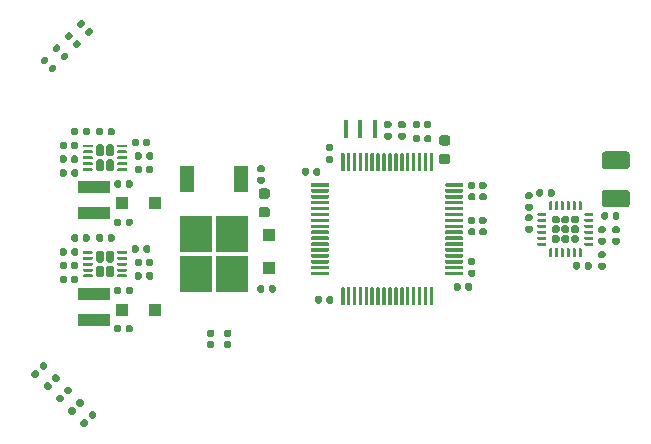
<source format=gbp>
%TF.GenerationSoftware,KiCad,Pcbnew,(5.1.6-0-10_14)*%
%TF.CreationDate,2021-11-15T11:18:40-05:00*%
%TF.ProjectId,Autodrone,4175746f-6472-46f6-9e65-2e6b69636164,rev?*%
%TF.SameCoordinates,Original*%
%TF.FileFunction,Paste,Bot*%
%TF.FilePolarity,Positive*%
%FSLAX46Y46*%
G04 Gerber Fmt 4.6, Leading zero omitted, Abs format (unit mm)*
G04 Created by KiCad (PCBNEW (5.1.6-0-10_14)) date 2021-11-15 11:18:40*
%MOMM*%
%LPD*%
G01*
G04 APERTURE LIST*
%ADD10R,1.100000X1.100000*%
%ADD11R,0.400000X1.600000*%
%ADD12R,2.750000X3.050000*%
%ADD13R,1.200000X2.200000*%
%ADD14R,2.700000X1.000000*%
G04 APERTURE END LIST*
D10*
%TO.C,D3*%
X90910000Y-94910000D03*
X90910000Y-92110000D03*
%TD*%
%TO.C,C24*%
G36*
G01*
X121215000Y-86505000D02*
X119365000Y-86505000D01*
G75*
G02*
X119115000Y-86255000I0J250000D01*
G01*
X119115000Y-85255000D01*
G75*
G02*
X119365000Y-85005000I250000J0D01*
G01*
X121215000Y-85005000D01*
G75*
G02*
X121465000Y-85255000I0J-250000D01*
G01*
X121465000Y-86255000D01*
G75*
G02*
X121215000Y-86505000I-250000J0D01*
G01*
G37*
G36*
G01*
X121215000Y-89755000D02*
X119365000Y-89755000D01*
G75*
G02*
X119115000Y-89505000I0J250000D01*
G01*
X119115000Y-88505000D01*
G75*
G02*
X119365000Y-88255000I250000J0D01*
G01*
X121215000Y-88255000D01*
G75*
G02*
X121465000Y-88505000I0J-250000D01*
G01*
X121465000Y-89505000D01*
G75*
G02*
X121215000Y-89755000I-250000J0D01*
G01*
G37*
%TD*%
%TO.C,U7*%
G36*
G01*
X116675000Y-92090000D02*
X117005000Y-92090000D01*
G75*
G02*
X117170000Y-92255000I0J-165000D01*
G01*
X117170000Y-92585000D01*
G75*
G02*
X117005000Y-92750000I-165000J0D01*
G01*
X116675000Y-92750000D01*
G75*
G02*
X116510000Y-92585000I0J165000D01*
G01*
X116510000Y-92255000D01*
G75*
G02*
X116675000Y-92090000I165000J0D01*
G01*
G37*
G36*
G01*
X115855000Y-92090000D02*
X116185000Y-92090000D01*
G75*
G02*
X116350000Y-92255000I0J-165000D01*
G01*
X116350000Y-92585000D01*
G75*
G02*
X116185000Y-92750000I-165000J0D01*
G01*
X115855000Y-92750000D01*
G75*
G02*
X115690000Y-92585000I0J165000D01*
G01*
X115690000Y-92255000D01*
G75*
G02*
X115855000Y-92090000I165000J0D01*
G01*
G37*
G36*
G01*
X115035000Y-92090000D02*
X115365000Y-92090000D01*
G75*
G02*
X115530000Y-92255000I0J-165000D01*
G01*
X115530000Y-92585000D01*
G75*
G02*
X115365000Y-92750000I-165000J0D01*
G01*
X115035000Y-92750000D01*
G75*
G02*
X114870000Y-92585000I0J165000D01*
G01*
X114870000Y-92255000D01*
G75*
G02*
X115035000Y-92090000I165000J0D01*
G01*
G37*
G36*
G01*
X116675000Y-91270000D02*
X117005000Y-91270000D01*
G75*
G02*
X117170000Y-91435000I0J-165000D01*
G01*
X117170000Y-91765000D01*
G75*
G02*
X117005000Y-91930000I-165000J0D01*
G01*
X116675000Y-91930000D01*
G75*
G02*
X116510000Y-91765000I0J165000D01*
G01*
X116510000Y-91435000D01*
G75*
G02*
X116675000Y-91270000I165000J0D01*
G01*
G37*
G36*
G01*
X115855000Y-91270000D02*
X116185000Y-91270000D01*
G75*
G02*
X116350000Y-91435000I0J-165000D01*
G01*
X116350000Y-91765000D01*
G75*
G02*
X116185000Y-91930000I-165000J0D01*
G01*
X115855000Y-91930000D01*
G75*
G02*
X115690000Y-91765000I0J165000D01*
G01*
X115690000Y-91435000D01*
G75*
G02*
X115855000Y-91270000I165000J0D01*
G01*
G37*
G36*
G01*
X115035000Y-91270000D02*
X115365000Y-91270000D01*
G75*
G02*
X115530000Y-91435000I0J-165000D01*
G01*
X115530000Y-91765000D01*
G75*
G02*
X115365000Y-91930000I-165000J0D01*
G01*
X115035000Y-91930000D01*
G75*
G02*
X114870000Y-91765000I0J165000D01*
G01*
X114870000Y-91435000D01*
G75*
G02*
X115035000Y-91270000I165000J0D01*
G01*
G37*
G36*
G01*
X116675000Y-90450000D02*
X117005000Y-90450000D01*
G75*
G02*
X117170000Y-90615000I0J-165000D01*
G01*
X117170000Y-90945000D01*
G75*
G02*
X117005000Y-91110000I-165000J0D01*
G01*
X116675000Y-91110000D01*
G75*
G02*
X116510000Y-90945000I0J165000D01*
G01*
X116510000Y-90615000D01*
G75*
G02*
X116675000Y-90450000I165000J0D01*
G01*
G37*
G36*
G01*
X115855000Y-90450000D02*
X116185000Y-90450000D01*
G75*
G02*
X116350000Y-90615000I0J-165000D01*
G01*
X116350000Y-90945000D01*
G75*
G02*
X116185000Y-91110000I-165000J0D01*
G01*
X115855000Y-91110000D01*
G75*
G02*
X115690000Y-90945000I0J165000D01*
G01*
X115690000Y-90615000D01*
G75*
G02*
X115855000Y-90450000I165000J0D01*
G01*
G37*
G36*
G01*
X115035000Y-90450000D02*
X115365000Y-90450000D01*
G75*
G02*
X115530000Y-90615000I0J-165000D01*
G01*
X115530000Y-90945000D01*
G75*
G02*
X115365000Y-91110000I-165000J0D01*
G01*
X115035000Y-91110000D01*
G75*
G02*
X114870000Y-90945000I0J165000D01*
G01*
X114870000Y-90615000D01*
G75*
G02*
X115035000Y-90450000I165000J0D01*
G01*
G37*
G36*
G01*
X113707500Y-90225000D02*
X114357500Y-90225000D01*
G75*
G02*
X114420000Y-90287500I0J-62500D01*
G01*
X114420000Y-90412500D01*
G75*
G02*
X114357500Y-90475000I-62500J0D01*
G01*
X113707500Y-90475000D01*
G75*
G02*
X113645000Y-90412500I0J62500D01*
G01*
X113645000Y-90287500D01*
G75*
G02*
X113707500Y-90225000I62500J0D01*
G01*
G37*
G36*
G01*
X113707500Y-90725000D02*
X114357500Y-90725000D01*
G75*
G02*
X114420000Y-90787500I0J-62500D01*
G01*
X114420000Y-90912500D01*
G75*
G02*
X114357500Y-90975000I-62500J0D01*
G01*
X113707500Y-90975000D01*
G75*
G02*
X113645000Y-90912500I0J62500D01*
G01*
X113645000Y-90787500D01*
G75*
G02*
X113707500Y-90725000I62500J0D01*
G01*
G37*
G36*
G01*
X113707500Y-91225000D02*
X114357500Y-91225000D01*
G75*
G02*
X114420000Y-91287500I0J-62500D01*
G01*
X114420000Y-91412500D01*
G75*
G02*
X114357500Y-91475000I-62500J0D01*
G01*
X113707500Y-91475000D01*
G75*
G02*
X113645000Y-91412500I0J62500D01*
G01*
X113645000Y-91287500D01*
G75*
G02*
X113707500Y-91225000I62500J0D01*
G01*
G37*
G36*
G01*
X113707500Y-91725000D02*
X114357500Y-91725000D01*
G75*
G02*
X114420000Y-91787500I0J-62500D01*
G01*
X114420000Y-91912500D01*
G75*
G02*
X114357500Y-91975000I-62500J0D01*
G01*
X113707500Y-91975000D01*
G75*
G02*
X113645000Y-91912500I0J62500D01*
G01*
X113645000Y-91787500D01*
G75*
G02*
X113707500Y-91725000I62500J0D01*
G01*
G37*
G36*
G01*
X113707500Y-92225000D02*
X114357500Y-92225000D01*
G75*
G02*
X114420000Y-92287500I0J-62500D01*
G01*
X114420000Y-92412500D01*
G75*
G02*
X114357500Y-92475000I-62500J0D01*
G01*
X113707500Y-92475000D01*
G75*
G02*
X113645000Y-92412500I0J62500D01*
G01*
X113645000Y-92287500D01*
G75*
G02*
X113707500Y-92225000I62500J0D01*
G01*
G37*
G36*
G01*
X113707500Y-92725000D02*
X114357500Y-92725000D01*
G75*
G02*
X114420000Y-92787500I0J-62500D01*
G01*
X114420000Y-92912500D01*
G75*
G02*
X114357500Y-92975000I-62500J0D01*
G01*
X113707500Y-92975000D01*
G75*
G02*
X113645000Y-92912500I0J62500D01*
G01*
X113645000Y-92787500D01*
G75*
G02*
X113707500Y-92725000I62500J0D01*
G01*
G37*
G36*
G01*
X114707500Y-93200000D02*
X114832500Y-93200000D01*
G75*
G02*
X114895000Y-93262500I0J-62500D01*
G01*
X114895000Y-93912500D01*
G75*
G02*
X114832500Y-93975000I-62500J0D01*
G01*
X114707500Y-93975000D01*
G75*
G02*
X114645000Y-93912500I0J62500D01*
G01*
X114645000Y-93262500D01*
G75*
G02*
X114707500Y-93200000I62500J0D01*
G01*
G37*
G36*
G01*
X115207500Y-93200000D02*
X115332500Y-93200000D01*
G75*
G02*
X115395000Y-93262500I0J-62500D01*
G01*
X115395000Y-93912500D01*
G75*
G02*
X115332500Y-93975000I-62500J0D01*
G01*
X115207500Y-93975000D01*
G75*
G02*
X115145000Y-93912500I0J62500D01*
G01*
X115145000Y-93262500D01*
G75*
G02*
X115207500Y-93200000I62500J0D01*
G01*
G37*
G36*
G01*
X115707500Y-93200000D02*
X115832500Y-93200000D01*
G75*
G02*
X115895000Y-93262500I0J-62500D01*
G01*
X115895000Y-93912500D01*
G75*
G02*
X115832500Y-93975000I-62500J0D01*
G01*
X115707500Y-93975000D01*
G75*
G02*
X115645000Y-93912500I0J62500D01*
G01*
X115645000Y-93262500D01*
G75*
G02*
X115707500Y-93200000I62500J0D01*
G01*
G37*
G36*
G01*
X116207500Y-93200000D02*
X116332500Y-93200000D01*
G75*
G02*
X116395000Y-93262500I0J-62500D01*
G01*
X116395000Y-93912500D01*
G75*
G02*
X116332500Y-93975000I-62500J0D01*
G01*
X116207500Y-93975000D01*
G75*
G02*
X116145000Y-93912500I0J62500D01*
G01*
X116145000Y-93262500D01*
G75*
G02*
X116207500Y-93200000I62500J0D01*
G01*
G37*
G36*
G01*
X116707500Y-93200000D02*
X116832500Y-93200000D01*
G75*
G02*
X116895000Y-93262500I0J-62500D01*
G01*
X116895000Y-93912500D01*
G75*
G02*
X116832500Y-93975000I-62500J0D01*
G01*
X116707500Y-93975000D01*
G75*
G02*
X116645000Y-93912500I0J62500D01*
G01*
X116645000Y-93262500D01*
G75*
G02*
X116707500Y-93200000I62500J0D01*
G01*
G37*
G36*
G01*
X117207500Y-93200000D02*
X117332500Y-93200000D01*
G75*
G02*
X117395000Y-93262500I0J-62500D01*
G01*
X117395000Y-93912500D01*
G75*
G02*
X117332500Y-93975000I-62500J0D01*
G01*
X117207500Y-93975000D01*
G75*
G02*
X117145000Y-93912500I0J62500D01*
G01*
X117145000Y-93262500D01*
G75*
G02*
X117207500Y-93200000I62500J0D01*
G01*
G37*
G36*
G01*
X117682500Y-92725000D02*
X118332500Y-92725000D01*
G75*
G02*
X118395000Y-92787500I0J-62500D01*
G01*
X118395000Y-92912500D01*
G75*
G02*
X118332500Y-92975000I-62500J0D01*
G01*
X117682500Y-92975000D01*
G75*
G02*
X117620000Y-92912500I0J62500D01*
G01*
X117620000Y-92787500D01*
G75*
G02*
X117682500Y-92725000I62500J0D01*
G01*
G37*
G36*
G01*
X117682500Y-92225000D02*
X118332500Y-92225000D01*
G75*
G02*
X118395000Y-92287500I0J-62500D01*
G01*
X118395000Y-92412500D01*
G75*
G02*
X118332500Y-92475000I-62500J0D01*
G01*
X117682500Y-92475000D01*
G75*
G02*
X117620000Y-92412500I0J62500D01*
G01*
X117620000Y-92287500D01*
G75*
G02*
X117682500Y-92225000I62500J0D01*
G01*
G37*
G36*
G01*
X117682500Y-91725000D02*
X118332500Y-91725000D01*
G75*
G02*
X118395000Y-91787500I0J-62500D01*
G01*
X118395000Y-91912500D01*
G75*
G02*
X118332500Y-91975000I-62500J0D01*
G01*
X117682500Y-91975000D01*
G75*
G02*
X117620000Y-91912500I0J62500D01*
G01*
X117620000Y-91787500D01*
G75*
G02*
X117682500Y-91725000I62500J0D01*
G01*
G37*
G36*
G01*
X117682500Y-91225000D02*
X118332500Y-91225000D01*
G75*
G02*
X118395000Y-91287500I0J-62500D01*
G01*
X118395000Y-91412500D01*
G75*
G02*
X118332500Y-91475000I-62500J0D01*
G01*
X117682500Y-91475000D01*
G75*
G02*
X117620000Y-91412500I0J62500D01*
G01*
X117620000Y-91287500D01*
G75*
G02*
X117682500Y-91225000I62500J0D01*
G01*
G37*
G36*
G01*
X117682500Y-90725000D02*
X118332500Y-90725000D01*
G75*
G02*
X118395000Y-90787500I0J-62500D01*
G01*
X118395000Y-90912500D01*
G75*
G02*
X118332500Y-90975000I-62500J0D01*
G01*
X117682500Y-90975000D01*
G75*
G02*
X117620000Y-90912500I0J62500D01*
G01*
X117620000Y-90787500D01*
G75*
G02*
X117682500Y-90725000I62500J0D01*
G01*
G37*
G36*
G01*
X117682500Y-90225000D02*
X118332500Y-90225000D01*
G75*
G02*
X118395000Y-90287500I0J-62500D01*
G01*
X118395000Y-90412500D01*
G75*
G02*
X118332500Y-90475000I-62500J0D01*
G01*
X117682500Y-90475000D01*
G75*
G02*
X117620000Y-90412500I0J62500D01*
G01*
X117620000Y-90287500D01*
G75*
G02*
X117682500Y-90225000I62500J0D01*
G01*
G37*
G36*
G01*
X117207500Y-89225000D02*
X117332500Y-89225000D01*
G75*
G02*
X117395000Y-89287500I0J-62500D01*
G01*
X117395000Y-89937500D01*
G75*
G02*
X117332500Y-90000000I-62500J0D01*
G01*
X117207500Y-90000000D01*
G75*
G02*
X117145000Y-89937500I0J62500D01*
G01*
X117145000Y-89287500D01*
G75*
G02*
X117207500Y-89225000I62500J0D01*
G01*
G37*
G36*
G01*
X116707500Y-89225000D02*
X116832500Y-89225000D01*
G75*
G02*
X116895000Y-89287500I0J-62500D01*
G01*
X116895000Y-89937500D01*
G75*
G02*
X116832500Y-90000000I-62500J0D01*
G01*
X116707500Y-90000000D01*
G75*
G02*
X116645000Y-89937500I0J62500D01*
G01*
X116645000Y-89287500D01*
G75*
G02*
X116707500Y-89225000I62500J0D01*
G01*
G37*
G36*
G01*
X116207500Y-89225000D02*
X116332500Y-89225000D01*
G75*
G02*
X116395000Y-89287500I0J-62500D01*
G01*
X116395000Y-89937500D01*
G75*
G02*
X116332500Y-90000000I-62500J0D01*
G01*
X116207500Y-90000000D01*
G75*
G02*
X116145000Y-89937500I0J62500D01*
G01*
X116145000Y-89287500D01*
G75*
G02*
X116207500Y-89225000I62500J0D01*
G01*
G37*
G36*
G01*
X115707500Y-89225000D02*
X115832500Y-89225000D01*
G75*
G02*
X115895000Y-89287500I0J-62500D01*
G01*
X115895000Y-89937500D01*
G75*
G02*
X115832500Y-90000000I-62500J0D01*
G01*
X115707500Y-90000000D01*
G75*
G02*
X115645000Y-89937500I0J62500D01*
G01*
X115645000Y-89287500D01*
G75*
G02*
X115707500Y-89225000I62500J0D01*
G01*
G37*
G36*
G01*
X115207500Y-89225000D02*
X115332500Y-89225000D01*
G75*
G02*
X115395000Y-89287500I0J-62500D01*
G01*
X115395000Y-89937500D01*
G75*
G02*
X115332500Y-90000000I-62500J0D01*
G01*
X115207500Y-90000000D01*
G75*
G02*
X115145000Y-89937500I0J62500D01*
G01*
X115145000Y-89287500D01*
G75*
G02*
X115207500Y-89225000I62500J0D01*
G01*
G37*
G36*
G01*
X114707500Y-89225000D02*
X114832500Y-89225000D01*
G75*
G02*
X114895000Y-89287500I0J-62500D01*
G01*
X114895000Y-89937500D01*
G75*
G02*
X114832500Y-90000000I-62500J0D01*
G01*
X114707500Y-90000000D01*
G75*
G02*
X114645000Y-89937500I0J62500D01*
G01*
X114645000Y-89287500D01*
G75*
G02*
X114707500Y-89225000I62500J0D01*
G01*
G37*
%TD*%
D11*
%TO.C,Y2*%
X99870000Y-83090000D03*
X98670000Y-83090000D03*
X97470000Y-83090000D03*
%TD*%
%TO.C,R35*%
G36*
G01*
X72267678Y-77908094D02*
X72508095Y-77667678D01*
G75*
G02*
X72713155Y-77667678I102530J-102530D01*
G01*
X72918216Y-77872739D01*
G75*
G02*
X72918216Y-78077799I-102530J-102530D01*
G01*
X72677799Y-78318216D01*
G75*
G02*
X72472739Y-78318216I-102530J102530D01*
G01*
X72267678Y-78113155D01*
G75*
G02*
X72267678Y-77908095I102530J102530D01*
G01*
G37*
G36*
G01*
X71581784Y-77222200D02*
X71822201Y-76981784D01*
G75*
G02*
X72027261Y-76981784I102530J-102530D01*
G01*
X72232322Y-77186845D01*
G75*
G02*
X72232322Y-77391905I-102530J-102530D01*
G01*
X71991905Y-77632322D01*
G75*
G02*
X71786845Y-77632322I-102530J102530D01*
G01*
X71581784Y-77427261D01*
G75*
G02*
X71581784Y-77222201I102530J102530D01*
G01*
G37*
%TD*%
%TO.C,R33*%
G36*
G01*
X73297678Y-76878094D02*
X73538095Y-76637678D01*
G75*
G02*
X73743155Y-76637678I102530J-102530D01*
G01*
X73948216Y-76842739D01*
G75*
G02*
X73948216Y-77047799I-102530J-102530D01*
G01*
X73707799Y-77288216D01*
G75*
G02*
X73502739Y-77288216I-102530J102530D01*
G01*
X73297678Y-77083155D01*
G75*
G02*
X73297678Y-76878095I102530J102530D01*
G01*
G37*
G36*
G01*
X72611784Y-76192200D02*
X72852201Y-75951784D01*
G75*
G02*
X73057261Y-75951784I102530J-102530D01*
G01*
X73262322Y-76156845D01*
G75*
G02*
X73262322Y-76361905I-102530J-102530D01*
G01*
X73021905Y-76602322D01*
G75*
G02*
X72816845Y-76602322I-102530J102530D01*
G01*
X72611784Y-76397261D01*
G75*
G02*
X72611784Y-76192201I102530J102530D01*
G01*
G37*
%TD*%
%TO.C,R31*%
G36*
G01*
X74327678Y-75848094D02*
X74568095Y-75607678D01*
G75*
G02*
X74773155Y-75607678I102530J-102530D01*
G01*
X74978216Y-75812739D01*
G75*
G02*
X74978216Y-76017799I-102530J-102530D01*
G01*
X74737799Y-76258216D01*
G75*
G02*
X74532739Y-76258216I-102530J102530D01*
G01*
X74327678Y-76053155D01*
G75*
G02*
X74327678Y-75848095I102530J102530D01*
G01*
G37*
G36*
G01*
X73641784Y-75162200D02*
X73882201Y-74921784D01*
G75*
G02*
X74087261Y-74921784I102530J-102530D01*
G01*
X74292322Y-75126845D01*
G75*
G02*
X74292322Y-75331905I-102530J-102530D01*
G01*
X74051905Y-75572322D01*
G75*
G02*
X73846845Y-75572322I-102530J102530D01*
G01*
X73641784Y-75367261D01*
G75*
G02*
X73641784Y-75162201I102530J102530D01*
G01*
G37*
%TD*%
%TO.C,R27*%
G36*
G01*
X75367678Y-74808094D02*
X75608095Y-74567678D01*
G75*
G02*
X75813155Y-74567678I102530J-102530D01*
G01*
X76018216Y-74772739D01*
G75*
G02*
X76018216Y-74977799I-102530J-102530D01*
G01*
X75777799Y-75218216D01*
G75*
G02*
X75572739Y-75218216I-102530J102530D01*
G01*
X75367678Y-75013155D01*
G75*
G02*
X75367678Y-74808095I102530J102530D01*
G01*
G37*
G36*
G01*
X74681784Y-74122200D02*
X74922201Y-73881784D01*
G75*
G02*
X75127261Y-73881784I102530J-102530D01*
G01*
X75332322Y-74086845D01*
G75*
G02*
X75332322Y-74291905I-102530J-102530D01*
G01*
X75091905Y-74532322D01*
G75*
G02*
X74886845Y-74532322I-102530J102530D01*
G01*
X74681784Y-74327261D01*
G75*
G02*
X74681784Y-74122201I102530J102530D01*
G01*
G37*
%TD*%
D12*
%TO.C,U3*%
X87815000Y-92004999D03*
X84765000Y-95354999D03*
X84765000Y-92004999D03*
X87815000Y-95354999D03*
D13*
X88570000Y-87379999D03*
X84010000Y-87379999D03*
%TD*%
%TO.C,C14*%
G36*
G01*
X90915000Y-96810000D02*
X90915000Y-96470000D01*
G75*
G02*
X91060000Y-96325000I145000J0D01*
G01*
X91350000Y-96325000D01*
G75*
G02*
X91495000Y-96470000I0J-145000D01*
G01*
X91495000Y-96810000D01*
G75*
G02*
X91350000Y-96955000I-145000J0D01*
G01*
X91060000Y-96955000D01*
G75*
G02*
X90915000Y-96810000I0J145000D01*
G01*
G37*
G36*
G01*
X89945000Y-96810000D02*
X89945000Y-96470000D01*
G75*
G02*
X90090000Y-96325000I145000J0D01*
G01*
X90380000Y-96325000D01*
G75*
G02*
X90525000Y-96470000I0J-145000D01*
G01*
X90525000Y-96810000D01*
G75*
G02*
X90380000Y-96955000I-145000J0D01*
G01*
X90090000Y-96955000D01*
G75*
G02*
X89945000Y-96810000I0J145000D01*
G01*
G37*
%TD*%
%TO.C,C13*%
G36*
G01*
X90430000Y-86765000D02*
X90090000Y-86765000D01*
G75*
G02*
X89945000Y-86620000I0J145000D01*
G01*
X89945000Y-86330000D01*
G75*
G02*
X90090000Y-86185000I145000J0D01*
G01*
X90430000Y-86185000D01*
G75*
G02*
X90575000Y-86330000I0J-145000D01*
G01*
X90575000Y-86620000D01*
G75*
G02*
X90430000Y-86765000I-145000J0D01*
G01*
G37*
G36*
G01*
X90430000Y-87735000D02*
X90090000Y-87735000D01*
G75*
G02*
X89945000Y-87590000I0J145000D01*
G01*
X89945000Y-87300000D01*
G75*
G02*
X90090000Y-87155000I145000J0D01*
G01*
X90430000Y-87155000D01*
G75*
G02*
X90575000Y-87300000I0J-145000D01*
G01*
X90575000Y-87590000D01*
G75*
G02*
X90430000Y-87735000I-145000J0D01*
G01*
G37*
%TD*%
%TO.C,U1*%
G36*
G01*
X77120000Y-94257500D02*
X77120000Y-93592500D01*
G75*
G02*
X77292500Y-93420000I172500J0D01*
G01*
X77637500Y-93420000D01*
G75*
G02*
X77810000Y-93592500I0J-172500D01*
G01*
X77810000Y-94257500D01*
G75*
G02*
X77637500Y-94430000I-172500J0D01*
G01*
X77292500Y-94430000D01*
G75*
G02*
X77120000Y-94257500I0J172500D01*
G01*
G37*
G36*
G01*
X77120000Y-95507500D02*
X77120000Y-94842500D01*
G75*
G02*
X77292500Y-94670000I172500J0D01*
G01*
X77637500Y-94670000D01*
G75*
G02*
X77810000Y-94842500I0J-172500D01*
G01*
X77810000Y-95507500D01*
G75*
G02*
X77637500Y-95680000I-172500J0D01*
G01*
X77292500Y-95680000D01*
G75*
G02*
X77120000Y-95507500I0J172500D01*
G01*
G37*
G36*
G01*
X76270000Y-94257500D02*
X76270000Y-93592500D01*
G75*
G02*
X76442500Y-93420000I172500J0D01*
G01*
X76787500Y-93420000D01*
G75*
G02*
X76960000Y-93592500I0J-172500D01*
G01*
X76960000Y-94257500D01*
G75*
G02*
X76787500Y-94430000I-172500J0D01*
G01*
X76442500Y-94430000D01*
G75*
G02*
X76270000Y-94257500I0J172500D01*
G01*
G37*
G36*
G01*
X76270000Y-95507500D02*
X76270000Y-94842500D01*
G75*
G02*
X76442500Y-94670000I172500J0D01*
G01*
X76787500Y-94670000D01*
G75*
G02*
X76960000Y-94842500I0J-172500D01*
G01*
X76960000Y-95507500D01*
G75*
G02*
X76787500Y-95680000I-172500J0D01*
G01*
X76442500Y-95680000D01*
G75*
G02*
X76270000Y-95507500I0J172500D01*
G01*
G37*
G36*
G01*
X78090000Y-95612500D02*
X78090000Y-95487500D01*
G75*
G02*
X78152500Y-95425000I62500J0D01*
G01*
X78852500Y-95425000D01*
G75*
G02*
X78915000Y-95487500I0J-62500D01*
G01*
X78915000Y-95612500D01*
G75*
G02*
X78852500Y-95675000I-62500J0D01*
G01*
X78152500Y-95675000D01*
G75*
G02*
X78090000Y-95612500I0J62500D01*
G01*
G37*
G36*
G01*
X78090000Y-95112500D02*
X78090000Y-94987500D01*
G75*
G02*
X78152500Y-94925000I62500J0D01*
G01*
X78852500Y-94925000D01*
G75*
G02*
X78915000Y-94987500I0J-62500D01*
G01*
X78915000Y-95112500D01*
G75*
G02*
X78852500Y-95175000I-62500J0D01*
G01*
X78152500Y-95175000D01*
G75*
G02*
X78090000Y-95112500I0J62500D01*
G01*
G37*
G36*
G01*
X78090000Y-94612500D02*
X78090000Y-94487500D01*
G75*
G02*
X78152500Y-94425000I62500J0D01*
G01*
X78852500Y-94425000D01*
G75*
G02*
X78915000Y-94487500I0J-62500D01*
G01*
X78915000Y-94612500D01*
G75*
G02*
X78852500Y-94675000I-62500J0D01*
G01*
X78152500Y-94675000D01*
G75*
G02*
X78090000Y-94612500I0J62500D01*
G01*
G37*
G36*
G01*
X78090000Y-94112500D02*
X78090000Y-93987500D01*
G75*
G02*
X78152500Y-93925000I62500J0D01*
G01*
X78852500Y-93925000D01*
G75*
G02*
X78915000Y-93987500I0J-62500D01*
G01*
X78915000Y-94112500D01*
G75*
G02*
X78852500Y-94175000I-62500J0D01*
G01*
X78152500Y-94175000D01*
G75*
G02*
X78090000Y-94112500I0J62500D01*
G01*
G37*
G36*
G01*
X78090000Y-93612500D02*
X78090000Y-93487500D01*
G75*
G02*
X78152500Y-93425000I62500J0D01*
G01*
X78852500Y-93425000D01*
G75*
G02*
X78915000Y-93487500I0J-62500D01*
G01*
X78915000Y-93612500D01*
G75*
G02*
X78852500Y-93675000I-62500J0D01*
G01*
X78152500Y-93675000D01*
G75*
G02*
X78090000Y-93612500I0J62500D01*
G01*
G37*
G36*
G01*
X75165000Y-93612500D02*
X75165000Y-93487500D01*
G75*
G02*
X75227500Y-93425000I62500J0D01*
G01*
X75927500Y-93425000D01*
G75*
G02*
X75990000Y-93487500I0J-62500D01*
G01*
X75990000Y-93612500D01*
G75*
G02*
X75927500Y-93675000I-62500J0D01*
G01*
X75227500Y-93675000D01*
G75*
G02*
X75165000Y-93612500I0J62500D01*
G01*
G37*
G36*
G01*
X75165000Y-94112500D02*
X75165000Y-93987500D01*
G75*
G02*
X75227500Y-93925000I62500J0D01*
G01*
X75927500Y-93925000D01*
G75*
G02*
X75990000Y-93987500I0J-62500D01*
G01*
X75990000Y-94112500D01*
G75*
G02*
X75927500Y-94175000I-62500J0D01*
G01*
X75227500Y-94175000D01*
G75*
G02*
X75165000Y-94112500I0J62500D01*
G01*
G37*
G36*
G01*
X75165000Y-94612500D02*
X75165000Y-94487500D01*
G75*
G02*
X75227500Y-94425000I62500J0D01*
G01*
X75927500Y-94425000D01*
G75*
G02*
X75990000Y-94487500I0J-62500D01*
G01*
X75990000Y-94612500D01*
G75*
G02*
X75927500Y-94675000I-62500J0D01*
G01*
X75227500Y-94675000D01*
G75*
G02*
X75165000Y-94612500I0J62500D01*
G01*
G37*
G36*
G01*
X75165000Y-95112500D02*
X75165000Y-94987500D01*
G75*
G02*
X75227500Y-94925000I62500J0D01*
G01*
X75927500Y-94925000D01*
G75*
G02*
X75990000Y-94987500I0J-62500D01*
G01*
X75990000Y-95112500D01*
G75*
G02*
X75927500Y-95175000I-62500J0D01*
G01*
X75227500Y-95175000D01*
G75*
G02*
X75165000Y-95112500I0J62500D01*
G01*
G37*
G36*
G01*
X75165000Y-95612500D02*
X75165000Y-95487500D01*
G75*
G02*
X75227500Y-95425000I62500J0D01*
G01*
X75927500Y-95425000D01*
G75*
G02*
X75990000Y-95487500I0J-62500D01*
G01*
X75990000Y-95612500D01*
G75*
G02*
X75927500Y-95675000I-62500J0D01*
G01*
X75227500Y-95675000D01*
G75*
G02*
X75165000Y-95612500I0J62500D01*
G01*
G37*
%TD*%
%TO.C,U2*%
G36*
G01*
X77120000Y-85257500D02*
X77120000Y-84592500D01*
G75*
G02*
X77292500Y-84420000I172500J0D01*
G01*
X77637500Y-84420000D01*
G75*
G02*
X77810000Y-84592500I0J-172500D01*
G01*
X77810000Y-85257500D01*
G75*
G02*
X77637500Y-85430000I-172500J0D01*
G01*
X77292500Y-85430000D01*
G75*
G02*
X77120000Y-85257500I0J172500D01*
G01*
G37*
G36*
G01*
X77120000Y-86507500D02*
X77120000Y-85842500D01*
G75*
G02*
X77292500Y-85670000I172500J0D01*
G01*
X77637500Y-85670000D01*
G75*
G02*
X77810000Y-85842500I0J-172500D01*
G01*
X77810000Y-86507500D01*
G75*
G02*
X77637500Y-86680000I-172500J0D01*
G01*
X77292500Y-86680000D01*
G75*
G02*
X77120000Y-86507500I0J172500D01*
G01*
G37*
G36*
G01*
X76270000Y-85257500D02*
X76270000Y-84592500D01*
G75*
G02*
X76442500Y-84420000I172500J0D01*
G01*
X76787500Y-84420000D01*
G75*
G02*
X76960000Y-84592500I0J-172500D01*
G01*
X76960000Y-85257500D01*
G75*
G02*
X76787500Y-85430000I-172500J0D01*
G01*
X76442500Y-85430000D01*
G75*
G02*
X76270000Y-85257500I0J172500D01*
G01*
G37*
G36*
G01*
X76270000Y-86507500D02*
X76270000Y-85842500D01*
G75*
G02*
X76442500Y-85670000I172500J0D01*
G01*
X76787500Y-85670000D01*
G75*
G02*
X76960000Y-85842500I0J-172500D01*
G01*
X76960000Y-86507500D01*
G75*
G02*
X76787500Y-86680000I-172500J0D01*
G01*
X76442500Y-86680000D01*
G75*
G02*
X76270000Y-86507500I0J172500D01*
G01*
G37*
G36*
G01*
X78090000Y-86612500D02*
X78090000Y-86487500D01*
G75*
G02*
X78152500Y-86425000I62500J0D01*
G01*
X78852500Y-86425000D01*
G75*
G02*
X78915000Y-86487500I0J-62500D01*
G01*
X78915000Y-86612500D01*
G75*
G02*
X78852500Y-86675000I-62500J0D01*
G01*
X78152500Y-86675000D01*
G75*
G02*
X78090000Y-86612500I0J62500D01*
G01*
G37*
G36*
G01*
X78090000Y-86112500D02*
X78090000Y-85987500D01*
G75*
G02*
X78152500Y-85925000I62500J0D01*
G01*
X78852500Y-85925000D01*
G75*
G02*
X78915000Y-85987500I0J-62500D01*
G01*
X78915000Y-86112500D01*
G75*
G02*
X78852500Y-86175000I-62500J0D01*
G01*
X78152500Y-86175000D01*
G75*
G02*
X78090000Y-86112500I0J62500D01*
G01*
G37*
G36*
G01*
X78090000Y-85612500D02*
X78090000Y-85487500D01*
G75*
G02*
X78152500Y-85425000I62500J0D01*
G01*
X78852500Y-85425000D01*
G75*
G02*
X78915000Y-85487500I0J-62500D01*
G01*
X78915000Y-85612500D01*
G75*
G02*
X78852500Y-85675000I-62500J0D01*
G01*
X78152500Y-85675000D01*
G75*
G02*
X78090000Y-85612500I0J62500D01*
G01*
G37*
G36*
G01*
X78090000Y-85112500D02*
X78090000Y-84987500D01*
G75*
G02*
X78152500Y-84925000I62500J0D01*
G01*
X78852500Y-84925000D01*
G75*
G02*
X78915000Y-84987500I0J-62500D01*
G01*
X78915000Y-85112500D01*
G75*
G02*
X78852500Y-85175000I-62500J0D01*
G01*
X78152500Y-85175000D01*
G75*
G02*
X78090000Y-85112500I0J62500D01*
G01*
G37*
G36*
G01*
X78090000Y-84612500D02*
X78090000Y-84487500D01*
G75*
G02*
X78152500Y-84425000I62500J0D01*
G01*
X78852500Y-84425000D01*
G75*
G02*
X78915000Y-84487500I0J-62500D01*
G01*
X78915000Y-84612500D01*
G75*
G02*
X78852500Y-84675000I-62500J0D01*
G01*
X78152500Y-84675000D01*
G75*
G02*
X78090000Y-84612500I0J62500D01*
G01*
G37*
G36*
G01*
X75165000Y-84612500D02*
X75165000Y-84487500D01*
G75*
G02*
X75227500Y-84425000I62500J0D01*
G01*
X75927500Y-84425000D01*
G75*
G02*
X75990000Y-84487500I0J-62500D01*
G01*
X75990000Y-84612500D01*
G75*
G02*
X75927500Y-84675000I-62500J0D01*
G01*
X75227500Y-84675000D01*
G75*
G02*
X75165000Y-84612500I0J62500D01*
G01*
G37*
G36*
G01*
X75165000Y-85112500D02*
X75165000Y-84987500D01*
G75*
G02*
X75227500Y-84925000I62500J0D01*
G01*
X75927500Y-84925000D01*
G75*
G02*
X75990000Y-84987500I0J-62500D01*
G01*
X75990000Y-85112500D01*
G75*
G02*
X75927500Y-85175000I-62500J0D01*
G01*
X75227500Y-85175000D01*
G75*
G02*
X75165000Y-85112500I0J62500D01*
G01*
G37*
G36*
G01*
X75165000Y-85612500D02*
X75165000Y-85487500D01*
G75*
G02*
X75227500Y-85425000I62500J0D01*
G01*
X75927500Y-85425000D01*
G75*
G02*
X75990000Y-85487500I0J-62500D01*
G01*
X75990000Y-85612500D01*
G75*
G02*
X75927500Y-85675000I-62500J0D01*
G01*
X75227500Y-85675000D01*
G75*
G02*
X75165000Y-85612500I0J62500D01*
G01*
G37*
G36*
G01*
X75165000Y-86112500D02*
X75165000Y-85987500D01*
G75*
G02*
X75227500Y-85925000I62500J0D01*
G01*
X75927500Y-85925000D01*
G75*
G02*
X75990000Y-85987500I0J-62500D01*
G01*
X75990000Y-86112500D01*
G75*
G02*
X75927500Y-86175000I-62500J0D01*
G01*
X75227500Y-86175000D01*
G75*
G02*
X75165000Y-86112500I0J62500D01*
G01*
G37*
G36*
G01*
X75165000Y-86612500D02*
X75165000Y-86487500D01*
G75*
G02*
X75227500Y-86425000I62500J0D01*
G01*
X75927500Y-86425000D01*
G75*
G02*
X75990000Y-86487500I0J-62500D01*
G01*
X75990000Y-86612500D01*
G75*
G02*
X75927500Y-86675000I-62500J0D01*
G01*
X75227500Y-86675000D01*
G75*
G02*
X75165000Y-86612500I0J62500D01*
G01*
G37*
%TD*%
%TO.C,R13*%
G36*
G01*
X120480000Y-91925000D02*
X120140000Y-91925000D01*
G75*
G02*
X119995000Y-91780000I0J145000D01*
G01*
X119995000Y-91490000D01*
G75*
G02*
X120140000Y-91345000I145000J0D01*
G01*
X120480000Y-91345000D01*
G75*
G02*
X120625000Y-91490000I0J-145000D01*
G01*
X120625000Y-91780000D01*
G75*
G02*
X120480000Y-91925000I-145000J0D01*
G01*
G37*
G36*
G01*
X120480000Y-92895000D02*
X120140000Y-92895000D01*
G75*
G02*
X119995000Y-92750000I0J145000D01*
G01*
X119995000Y-92460000D01*
G75*
G02*
X120140000Y-92315000I145000J0D01*
G01*
X120480000Y-92315000D01*
G75*
G02*
X120625000Y-92460000I0J-145000D01*
G01*
X120625000Y-92750000D01*
G75*
G02*
X120480000Y-92895000I-145000J0D01*
G01*
G37*
%TD*%
%TO.C,R12*%
G36*
G01*
X118940000Y-94425000D02*
X119280000Y-94425000D01*
G75*
G02*
X119425000Y-94570000I0J-145000D01*
G01*
X119425000Y-94860000D01*
G75*
G02*
X119280000Y-95005000I-145000J0D01*
G01*
X118940000Y-95005000D01*
G75*
G02*
X118795000Y-94860000I0J145000D01*
G01*
X118795000Y-94570000D01*
G75*
G02*
X118940000Y-94425000I145000J0D01*
G01*
G37*
G36*
G01*
X118940000Y-93455000D02*
X119280000Y-93455000D01*
G75*
G02*
X119425000Y-93600000I0J-145000D01*
G01*
X119425000Y-93890000D01*
G75*
G02*
X119280000Y-94035000I-145000J0D01*
G01*
X118940000Y-94035000D01*
G75*
G02*
X118795000Y-93890000I0J145000D01*
G01*
X118795000Y-93600000D01*
G75*
G02*
X118940000Y-93455000I145000J0D01*
G01*
G37*
%TD*%
%TO.C,R11*%
G36*
G01*
X117655000Y-94860000D02*
X117655000Y-94520000D01*
G75*
G02*
X117800000Y-94375000I145000J0D01*
G01*
X118090000Y-94375000D01*
G75*
G02*
X118235000Y-94520000I0J-145000D01*
G01*
X118235000Y-94860000D01*
G75*
G02*
X118090000Y-95005000I-145000J0D01*
G01*
X117800000Y-95005000D01*
G75*
G02*
X117655000Y-94860000I0J145000D01*
G01*
G37*
G36*
G01*
X116685000Y-94860000D02*
X116685000Y-94520000D01*
G75*
G02*
X116830000Y-94375000I145000J0D01*
G01*
X117120000Y-94375000D01*
G75*
G02*
X117265000Y-94520000I0J-145000D01*
G01*
X117265000Y-94860000D01*
G75*
G02*
X117120000Y-95005000I-145000J0D01*
G01*
X116830000Y-95005000D01*
G75*
G02*
X116685000Y-94860000I0J145000D01*
G01*
G37*
%TD*%
%TO.C,C27*%
G36*
G01*
X118940000Y-92315000D02*
X119280000Y-92315000D01*
G75*
G02*
X119425000Y-92460000I0J-145000D01*
G01*
X119425000Y-92750000D01*
G75*
G02*
X119280000Y-92895000I-145000J0D01*
G01*
X118940000Y-92895000D01*
G75*
G02*
X118795000Y-92750000I0J145000D01*
G01*
X118795000Y-92460000D01*
G75*
G02*
X118940000Y-92315000I145000J0D01*
G01*
G37*
G36*
G01*
X118940000Y-91345000D02*
X119280000Y-91345000D01*
G75*
G02*
X119425000Y-91490000I0J-145000D01*
G01*
X119425000Y-91780000D01*
G75*
G02*
X119280000Y-91925000I-145000J0D01*
G01*
X118940000Y-91925000D01*
G75*
G02*
X118795000Y-91780000I0J145000D01*
G01*
X118795000Y-91490000D01*
G75*
G02*
X118940000Y-91345000I145000J0D01*
G01*
G37*
%TD*%
%TO.C,C26*%
G36*
G01*
X113100000Y-90905000D02*
X112760000Y-90905000D01*
G75*
G02*
X112615000Y-90760000I0J145000D01*
G01*
X112615000Y-90470000D01*
G75*
G02*
X112760000Y-90325000I145000J0D01*
G01*
X113100000Y-90325000D01*
G75*
G02*
X113245000Y-90470000I0J-145000D01*
G01*
X113245000Y-90760000D01*
G75*
G02*
X113100000Y-90905000I-145000J0D01*
G01*
G37*
G36*
G01*
X113100000Y-91875000D02*
X112760000Y-91875000D01*
G75*
G02*
X112615000Y-91730000I0J145000D01*
G01*
X112615000Y-91440000D01*
G75*
G02*
X112760000Y-91295000I145000J0D01*
G01*
X113100000Y-91295000D01*
G75*
G02*
X113245000Y-91440000I0J-145000D01*
G01*
X113245000Y-91730000D01*
G75*
G02*
X113100000Y-91875000I-145000J0D01*
G01*
G37*
%TD*%
%TO.C,C25*%
G36*
G01*
X120015000Y-90640000D02*
X120015000Y-90300000D01*
G75*
G02*
X120160000Y-90155000I145000J0D01*
G01*
X120450000Y-90155000D01*
G75*
G02*
X120595000Y-90300000I0J-145000D01*
G01*
X120595000Y-90640000D01*
G75*
G02*
X120450000Y-90785000I-145000J0D01*
G01*
X120160000Y-90785000D01*
G75*
G02*
X120015000Y-90640000I0J145000D01*
G01*
G37*
G36*
G01*
X119045000Y-90640000D02*
X119045000Y-90300000D01*
G75*
G02*
X119190000Y-90155000I145000J0D01*
G01*
X119480000Y-90155000D01*
G75*
G02*
X119625000Y-90300000I0J-145000D01*
G01*
X119625000Y-90640000D01*
G75*
G02*
X119480000Y-90785000I-145000J0D01*
G01*
X119190000Y-90785000D01*
G75*
G02*
X119045000Y-90640000I0J145000D01*
G01*
G37*
%TD*%
%TO.C,C5*%
G36*
G01*
X80145000Y-94230000D02*
X80145000Y-94570000D01*
G75*
G02*
X80000000Y-94715000I-145000J0D01*
G01*
X79710000Y-94715000D01*
G75*
G02*
X79565000Y-94570000I0J145000D01*
G01*
X79565000Y-94230000D01*
G75*
G02*
X79710000Y-94085000I145000J0D01*
G01*
X80000000Y-94085000D01*
G75*
G02*
X80145000Y-94230000I0J-145000D01*
G01*
G37*
G36*
G01*
X81115000Y-94230000D02*
X81115000Y-94570000D01*
G75*
G02*
X80970000Y-94715000I-145000J0D01*
G01*
X80680000Y-94715000D01*
G75*
G02*
X80535000Y-94570000I0J145000D01*
G01*
X80535000Y-94230000D01*
G75*
G02*
X80680000Y-94085000I145000J0D01*
G01*
X80970000Y-94085000D01*
G75*
G02*
X81115000Y-94230000I0J-145000D01*
G01*
G37*
%TD*%
%TO.C,C23*%
G36*
G01*
X114525000Y-88680000D02*
X114525000Y-88340000D01*
G75*
G02*
X114670000Y-88195000I145000J0D01*
G01*
X114960000Y-88195000D01*
G75*
G02*
X115105000Y-88340000I0J-145000D01*
G01*
X115105000Y-88680000D01*
G75*
G02*
X114960000Y-88825000I-145000J0D01*
G01*
X114670000Y-88825000D01*
G75*
G02*
X114525000Y-88680000I0J145000D01*
G01*
G37*
G36*
G01*
X113555000Y-88680000D02*
X113555000Y-88340000D01*
G75*
G02*
X113700000Y-88195000I145000J0D01*
G01*
X113990000Y-88195000D01*
G75*
G02*
X114135000Y-88340000I0J-145000D01*
G01*
X114135000Y-88680000D01*
G75*
G02*
X113990000Y-88825000I-145000J0D01*
G01*
X113700000Y-88825000D01*
G75*
G02*
X113555000Y-88680000I0J145000D01*
G01*
G37*
%TD*%
%TO.C,C7*%
G36*
G01*
X80145000Y-85230000D02*
X80145000Y-85570000D01*
G75*
G02*
X80000000Y-85715000I-145000J0D01*
G01*
X79710000Y-85715000D01*
G75*
G02*
X79565000Y-85570000I0J145000D01*
G01*
X79565000Y-85230000D01*
G75*
G02*
X79710000Y-85085000I145000J0D01*
G01*
X80000000Y-85085000D01*
G75*
G02*
X80145000Y-85230000I0J-145000D01*
G01*
G37*
G36*
G01*
X81115000Y-85230000D02*
X81115000Y-85570000D01*
G75*
G02*
X80970000Y-85715000I-145000J0D01*
G01*
X80680000Y-85715000D01*
G75*
G02*
X80535000Y-85570000I0J145000D01*
G01*
X80535000Y-85230000D01*
G75*
G02*
X80680000Y-85085000I145000J0D01*
G01*
X80970000Y-85085000D01*
G75*
G02*
X81115000Y-85230000I0J-145000D01*
G01*
G37*
%TD*%
%TO.C,C3*%
G36*
G01*
X78795000Y-100190000D02*
X78795000Y-99850000D01*
G75*
G02*
X78940000Y-99705000I145000J0D01*
G01*
X79230000Y-99705000D01*
G75*
G02*
X79375000Y-99850000I0J-145000D01*
G01*
X79375000Y-100190000D01*
G75*
G02*
X79230000Y-100335000I-145000J0D01*
G01*
X78940000Y-100335000D01*
G75*
G02*
X78795000Y-100190000I0J145000D01*
G01*
G37*
G36*
G01*
X77825000Y-100190000D02*
X77825000Y-99850000D01*
G75*
G02*
X77970000Y-99705000I145000J0D01*
G01*
X78260000Y-99705000D01*
G75*
G02*
X78405000Y-99850000I0J-145000D01*
G01*
X78405000Y-100190000D01*
G75*
G02*
X78260000Y-100335000I-145000J0D01*
G01*
X77970000Y-100335000D01*
G75*
G02*
X77825000Y-100190000I0J145000D01*
G01*
G37*
%TD*%
%TO.C,C4*%
G36*
G01*
X78795000Y-91180000D02*
X78795000Y-90840000D01*
G75*
G02*
X78940000Y-90695000I145000J0D01*
G01*
X79230000Y-90695000D01*
G75*
G02*
X79375000Y-90840000I0J-145000D01*
G01*
X79375000Y-91180000D01*
G75*
G02*
X79230000Y-91325000I-145000J0D01*
G01*
X78940000Y-91325000D01*
G75*
G02*
X78795000Y-91180000I0J145000D01*
G01*
G37*
G36*
G01*
X77825000Y-91180000D02*
X77825000Y-90840000D01*
G75*
G02*
X77970000Y-90695000I145000J0D01*
G01*
X78260000Y-90695000D01*
G75*
G02*
X78405000Y-90840000I0J-145000D01*
G01*
X78405000Y-91180000D01*
G75*
G02*
X78260000Y-91325000I-145000J0D01*
G01*
X77970000Y-91325000D01*
G75*
G02*
X77825000Y-91180000I0J145000D01*
G01*
G37*
%TD*%
%TO.C,C28*%
G36*
G01*
X113100000Y-89045000D02*
X112760000Y-89045000D01*
G75*
G02*
X112615000Y-88900000I0J145000D01*
G01*
X112615000Y-88610000D01*
G75*
G02*
X112760000Y-88465000I145000J0D01*
G01*
X113100000Y-88465000D01*
G75*
G02*
X113245000Y-88610000I0J-145000D01*
G01*
X113245000Y-88900000D01*
G75*
G02*
X113100000Y-89045000I-145000J0D01*
G01*
G37*
G36*
G01*
X113100000Y-90015000D02*
X112760000Y-90015000D01*
G75*
G02*
X112615000Y-89870000I0J145000D01*
G01*
X112615000Y-89580000D01*
G75*
G02*
X112760000Y-89435000I145000J0D01*
G01*
X113100000Y-89435000D01*
G75*
G02*
X113245000Y-89580000I0J-145000D01*
G01*
X113245000Y-89870000D01*
G75*
G02*
X113100000Y-90015000I-145000J0D01*
G01*
G37*
%TD*%
D14*
%TO.C,L3*%
X76070000Y-99250000D03*
X76070000Y-97050000D03*
%TD*%
%TO.C,L4*%
X76070000Y-90250000D03*
X76070000Y-88050000D03*
%TD*%
%TO.C,R37*%
G36*
G01*
X71746326Y-103497625D02*
X71502375Y-103253673D01*
G75*
G02*
X71502375Y-103045077I104298J104298D01*
G01*
X71710971Y-102836481D01*
G75*
G02*
X71919567Y-102836481I104298J-104298D01*
G01*
X72163519Y-103080433D01*
G75*
G02*
X72163519Y-103289029I-104298J-104298D01*
G01*
X71954923Y-103497625D01*
G75*
G02*
X71746327Y-103497625I-104298J104298D01*
G01*
G37*
G36*
G01*
X71060432Y-104183519D02*
X70816481Y-103939567D01*
G75*
G02*
X70816481Y-103730971I104298J104298D01*
G01*
X71025077Y-103522375D01*
G75*
G02*
X71233673Y-103522375I104298J-104298D01*
G01*
X71477625Y-103766327D01*
G75*
G02*
X71477625Y-103974923I-104298J-104298D01*
G01*
X71269029Y-104183519D01*
G75*
G02*
X71060433Y-104183519I-104298J104298D01*
G01*
G37*
%TD*%
%TO.C,C38*%
G36*
G01*
X103700000Y-83757500D02*
X103700000Y-84102500D01*
G75*
G02*
X103552500Y-84250000I-147500J0D01*
G01*
X103257500Y-84250000D01*
G75*
G02*
X103110000Y-84102500I0J147500D01*
G01*
X103110000Y-83757500D01*
G75*
G02*
X103257500Y-83610000I147500J0D01*
G01*
X103552500Y-83610000D01*
G75*
G02*
X103700000Y-83757500I0J-147500D01*
G01*
G37*
G36*
G01*
X104670000Y-83757500D02*
X104670000Y-84102500D01*
G75*
G02*
X104522500Y-84250000I-147500J0D01*
G01*
X104227500Y-84250000D01*
G75*
G02*
X104080000Y-84102500I0J147500D01*
G01*
X104080000Y-83757500D01*
G75*
G02*
X104227500Y-83610000I147500J0D01*
G01*
X104522500Y-83610000D01*
G75*
G02*
X104670000Y-83757500I0J-147500D01*
G01*
G37*
%TD*%
%TO.C,C37*%
G36*
G01*
X103700000Y-82567500D02*
X103700000Y-82912500D01*
G75*
G02*
X103552500Y-83060000I-147500J0D01*
G01*
X103257500Y-83060000D01*
G75*
G02*
X103110000Y-82912500I0J147500D01*
G01*
X103110000Y-82567500D01*
G75*
G02*
X103257500Y-82420000I147500J0D01*
G01*
X103552500Y-82420000D01*
G75*
G02*
X103700000Y-82567500I0J-147500D01*
G01*
G37*
G36*
G01*
X104670000Y-82567500D02*
X104670000Y-82912500D01*
G75*
G02*
X104522500Y-83060000I-147500J0D01*
G01*
X104227500Y-83060000D01*
G75*
G02*
X104080000Y-82912500I0J147500D01*
G01*
X104080000Y-82567500D01*
G75*
G02*
X104227500Y-82420000I147500J0D01*
G01*
X104522500Y-82420000D01*
G75*
G02*
X104670000Y-82567500I0J-147500D01*
G01*
G37*
%TD*%
%TO.C,FB3*%
G36*
G01*
X105543750Y-85210000D02*
X106056250Y-85210000D01*
G75*
G02*
X106275000Y-85428750I0J-218750D01*
G01*
X106275000Y-85866250D01*
G75*
G02*
X106056250Y-86085000I-218750J0D01*
G01*
X105543750Y-86085000D01*
G75*
G02*
X105325000Y-85866250I0J218750D01*
G01*
X105325000Y-85428750D01*
G75*
G02*
X105543750Y-85210000I218750J0D01*
G01*
G37*
G36*
G01*
X105543750Y-83635000D02*
X106056250Y-83635000D01*
G75*
G02*
X106275000Y-83853750I0J-218750D01*
G01*
X106275000Y-84291250D01*
G75*
G02*
X106056250Y-84510000I-218750J0D01*
G01*
X105543750Y-84510000D01*
G75*
G02*
X105325000Y-84291250I0J218750D01*
G01*
X105325000Y-83853750D01*
G75*
G02*
X105543750Y-83635000I218750J0D01*
G01*
G37*
%TD*%
%TO.C,C46*%
G36*
G01*
X107917500Y-95010000D02*
X108262500Y-95010000D01*
G75*
G02*
X108410000Y-95157500I0J-147500D01*
G01*
X108410000Y-95452500D01*
G75*
G02*
X108262500Y-95600000I-147500J0D01*
G01*
X107917500Y-95600000D01*
G75*
G02*
X107770000Y-95452500I0J147500D01*
G01*
X107770000Y-95157500D01*
G75*
G02*
X107917500Y-95010000I147500J0D01*
G01*
G37*
G36*
G01*
X107917500Y-94040000D02*
X108262500Y-94040000D01*
G75*
G02*
X108410000Y-94187500I0J-147500D01*
G01*
X108410000Y-94482500D01*
G75*
G02*
X108262500Y-94630000I-147500J0D01*
G01*
X107917500Y-94630000D01*
G75*
G02*
X107770000Y-94482500I0J147500D01*
G01*
X107770000Y-94187500D01*
G75*
G02*
X107917500Y-94040000I147500J0D01*
G01*
G37*
%TD*%
%TO.C,C44*%
G36*
G01*
X94300000Y-86557500D02*
X94300000Y-86902500D01*
G75*
G02*
X94152500Y-87050000I-147500J0D01*
G01*
X93857500Y-87050000D01*
G75*
G02*
X93710000Y-86902500I0J147500D01*
G01*
X93710000Y-86557500D01*
G75*
G02*
X93857500Y-86410000I147500J0D01*
G01*
X94152500Y-86410000D01*
G75*
G02*
X94300000Y-86557500I0J-147500D01*
G01*
G37*
G36*
G01*
X95270000Y-86557500D02*
X95270000Y-86902500D01*
G75*
G02*
X95122500Y-87050000I-147500J0D01*
G01*
X94827500Y-87050000D01*
G75*
G02*
X94680000Y-86902500I0J147500D01*
G01*
X94680000Y-86557500D01*
G75*
G02*
X94827500Y-86410000I147500J0D01*
G01*
X95122500Y-86410000D01*
G75*
G02*
X95270000Y-86557500I0J-147500D01*
G01*
G37*
%TD*%
%TO.C,C39*%
G36*
G01*
X109202500Y-88190000D02*
X108857500Y-88190000D01*
G75*
G02*
X108710000Y-88042500I0J147500D01*
G01*
X108710000Y-87747500D01*
G75*
G02*
X108857500Y-87600000I147500J0D01*
G01*
X109202500Y-87600000D01*
G75*
G02*
X109350000Y-87747500I0J-147500D01*
G01*
X109350000Y-88042500D01*
G75*
G02*
X109202500Y-88190000I-147500J0D01*
G01*
G37*
G36*
G01*
X109202500Y-89160000D02*
X108857500Y-89160000D01*
G75*
G02*
X108710000Y-89012500I0J147500D01*
G01*
X108710000Y-88717500D01*
G75*
G02*
X108857500Y-88570000I147500J0D01*
G01*
X109202500Y-88570000D01*
G75*
G02*
X109350000Y-88717500I0J-147500D01*
G01*
X109350000Y-89012500D01*
G75*
G02*
X109202500Y-89160000I-147500J0D01*
G01*
G37*
%TD*%
%TO.C,FB1*%
G36*
G01*
X90263750Y-89720000D02*
X90776250Y-89720000D01*
G75*
G02*
X90995000Y-89938750I0J-218750D01*
G01*
X90995000Y-90376250D01*
G75*
G02*
X90776250Y-90595000I-218750J0D01*
G01*
X90263750Y-90595000D01*
G75*
G02*
X90045000Y-90376250I0J218750D01*
G01*
X90045000Y-89938750D01*
G75*
G02*
X90263750Y-89720000I218750J0D01*
G01*
G37*
G36*
G01*
X90263750Y-88145000D02*
X90776250Y-88145000D01*
G75*
G02*
X90995000Y-88363750I0J-218750D01*
G01*
X90995000Y-88801250D01*
G75*
G02*
X90776250Y-89020000I-218750J0D01*
G01*
X90263750Y-89020000D01*
G75*
G02*
X90045000Y-88801250I0J218750D01*
G01*
X90045000Y-88363750D01*
G75*
G02*
X90263750Y-88145000I218750J0D01*
G01*
G37*
%TD*%
D10*
%TO.C,D1*%
X81270000Y-98400000D03*
X78470000Y-98400000D03*
%TD*%
%TO.C,D2*%
X81260000Y-89390000D03*
X78460000Y-89390000D03*
%TD*%
%TO.C,U10*%
G36*
G01*
X94545000Y-87700000D02*
X95945000Y-87700000D01*
G75*
G02*
X96020000Y-87775000I0J-75000D01*
G01*
X96020000Y-87925000D01*
G75*
G02*
X95945000Y-88000000I-75000J0D01*
G01*
X94545000Y-88000000D01*
G75*
G02*
X94470000Y-87925000I0J75000D01*
G01*
X94470000Y-87775000D01*
G75*
G02*
X94545000Y-87700000I75000J0D01*
G01*
G37*
G36*
G01*
X94545000Y-88200000D02*
X95945000Y-88200000D01*
G75*
G02*
X96020000Y-88275000I0J-75000D01*
G01*
X96020000Y-88425000D01*
G75*
G02*
X95945000Y-88500000I-75000J0D01*
G01*
X94545000Y-88500000D01*
G75*
G02*
X94470000Y-88425000I0J75000D01*
G01*
X94470000Y-88275000D01*
G75*
G02*
X94545000Y-88200000I75000J0D01*
G01*
G37*
G36*
G01*
X94545000Y-88700000D02*
X95945000Y-88700000D01*
G75*
G02*
X96020000Y-88775000I0J-75000D01*
G01*
X96020000Y-88925000D01*
G75*
G02*
X95945000Y-89000000I-75000J0D01*
G01*
X94545000Y-89000000D01*
G75*
G02*
X94470000Y-88925000I0J75000D01*
G01*
X94470000Y-88775000D01*
G75*
G02*
X94545000Y-88700000I75000J0D01*
G01*
G37*
G36*
G01*
X94545000Y-89200000D02*
X95945000Y-89200000D01*
G75*
G02*
X96020000Y-89275000I0J-75000D01*
G01*
X96020000Y-89425000D01*
G75*
G02*
X95945000Y-89500000I-75000J0D01*
G01*
X94545000Y-89500000D01*
G75*
G02*
X94470000Y-89425000I0J75000D01*
G01*
X94470000Y-89275000D01*
G75*
G02*
X94545000Y-89200000I75000J0D01*
G01*
G37*
G36*
G01*
X94545000Y-89700000D02*
X95945000Y-89700000D01*
G75*
G02*
X96020000Y-89775000I0J-75000D01*
G01*
X96020000Y-89925000D01*
G75*
G02*
X95945000Y-90000000I-75000J0D01*
G01*
X94545000Y-90000000D01*
G75*
G02*
X94470000Y-89925000I0J75000D01*
G01*
X94470000Y-89775000D01*
G75*
G02*
X94545000Y-89700000I75000J0D01*
G01*
G37*
G36*
G01*
X94545000Y-90200000D02*
X95945000Y-90200000D01*
G75*
G02*
X96020000Y-90275000I0J-75000D01*
G01*
X96020000Y-90425000D01*
G75*
G02*
X95945000Y-90500000I-75000J0D01*
G01*
X94545000Y-90500000D01*
G75*
G02*
X94470000Y-90425000I0J75000D01*
G01*
X94470000Y-90275000D01*
G75*
G02*
X94545000Y-90200000I75000J0D01*
G01*
G37*
G36*
G01*
X94545000Y-90700000D02*
X95945000Y-90700000D01*
G75*
G02*
X96020000Y-90775000I0J-75000D01*
G01*
X96020000Y-90925000D01*
G75*
G02*
X95945000Y-91000000I-75000J0D01*
G01*
X94545000Y-91000000D01*
G75*
G02*
X94470000Y-90925000I0J75000D01*
G01*
X94470000Y-90775000D01*
G75*
G02*
X94545000Y-90700000I75000J0D01*
G01*
G37*
G36*
G01*
X94545000Y-91200000D02*
X95945000Y-91200000D01*
G75*
G02*
X96020000Y-91275000I0J-75000D01*
G01*
X96020000Y-91425000D01*
G75*
G02*
X95945000Y-91500000I-75000J0D01*
G01*
X94545000Y-91500000D01*
G75*
G02*
X94470000Y-91425000I0J75000D01*
G01*
X94470000Y-91275000D01*
G75*
G02*
X94545000Y-91200000I75000J0D01*
G01*
G37*
G36*
G01*
X94545000Y-91700000D02*
X95945000Y-91700000D01*
G75*
G02*
X96020000Y-91775000I0J-75000D01*
G01*
X96020000Y-91925000D01*
G75*
G02*
X95945000Y-92000000I-75000J0D01*
G01*
X94545000Y-92000000D01*
G75*
G02*
X94470000Y-91925000I0J75000D01*
G01*
X94470000Y-91775000D01*
G75*
G02*
X94545000Y-91700000I75000J0D01*
G01*
G37*
G36*
G01*
X94545000Y-92200000D02*
X95945000Y-92200000D01*
G75*
G02*
X96020000Y-92275000I0J-75000D01*
G01*
X96020000Y-92425000D01*
G75*
G02*
X95945000Y-92500000I-75000J0D01*
G01*
X94545000Y-92500000D01*
G75*
G02*
X94470000Y-92425000I0J75000D01*
G01*
X94470000Y-92275000D01*
G75*
G02*
X94545000Y-92200000I75000J0D01*
G01*
G37*
G36*
G01*
X94545000Y-92700000D02*
X95945000Y-92700000D01*
G75*
G02*
X96020000Y-92775000I0J-75000D01*
G01*
X96020000Y-92925000D01*
G75*
G02*
X95945000Y-93000000I-75000J0D01*
G01*
X94545000Y-93000000D01*
G75*
G02*
X94470000Y-92925000I0J75000D01*
G01*
X94470000Y-92775000D01*
G75*
G02*
X94545000Y-92700000I75000J0D01*
G01*
G37*
G36*
G01*
X94545000Y-93200000D02*
X95945000Y-93200000D01*
G75*
G02*
X96020000Y-93275000I0J-75000D01*
G01*
X96020000Y-93425000D01*
G75*
G02*
X95945000Y-93500000I-75000J0D01*
G01*
X94545000Y-93500000D01*
G75*
G02*
X94470000Y-93425000I0J75000D01*
G01*
X94470000Y-93275000D01*
G75*
G02*
X94545000Y-93200000I75000J0D01*
G01*
G37*
G36*
G01*
X94545000Y-93700000D02*
X95945000Y-93700000D01*
G75*
G02*
X96020000Y-93775000I0J-75000D01*
G01*
X96020000Y-93925000D01*
G75*
G02*
X95945000Y-94000000I-75000J0D01*
G01*
X94545000Y-94000000D01*
G75*
G02*
X94470000Y-93925000I0J75000D01*
G01*
X94470000Y-93775000D01*
G75*
G02*
X94545000Y-93700000I75000J0D01*
G01*
G37*
G36*
G01*
X94545000Y-94200000D02*
X95945000Y-94200000D01*
G75*
G02*
X96020000Y-94275000I0J-75000D01*
G01*
X96020000Y-94425000D01*
G75*
G02*
X95945000Y-94500000I-75000J0D01*
G01*
X94545000Y-94500000D01*
G75*
G02*
X94470000Y-94425000I0J75000D01*
G01*
X94470000Y-94275000D01*
G75*
G02*
X94545000Y-94200000I75000J0D01*
G01*
G37*
G36*
G01*
X94545000Y-94700000D02*
X95945000Y-94700000D01*
G75*
G02*
X96020000Y-94775000I0J-75000D01*
G01*
X96020000Y-94925000D01*
G75*
G02*
X95945000Y-95000000I-75000J0D01*
G01*
X94545000Y-95000000D01*
G75*
G02*
X94470000Y-94925000I0J75000D01*
G01*
X94470000Y-94775000D01*
G75*
G02*
X94545000Y-94700000I75000J0D01*
G01*
G37*
G36*
G01*
X94545000Y-95200000D02*
X95945000Y-95200000D01*
G75*
G02*
X96020000Y-95275000I0J-75000D01*
G01*
X96020000Y-95425000D01*
G75*
G02*
X95945000Y-95500000I-75000J0D01*
G01*
X94545000Y-95500000D01*
G75*
G02*
X94470000Y-95425000I0J75000D01*
G01*
X94470000Y-95275000D01*
G75*
G02*
X94545000Y-95200000I75000J0D01*
G01*
G37*
G36*
G01*
X97095000Y-96500000D02*
X97245000Y-96500000D01*
G75*
G02*
X97320000Y-96575000I0J-75000D01*
G01*
X97320000Y-97975000D01*
G75*
G02*
X97245000Y-98050000I-75000J0D01*
G01*
X97095000Y-98050000D01*
G75*
G02*
X97020000Y-97975000I0J75000D01*
G01*
X97020000Y-96575000D01*
G75*
G02*
X97095000Y-96500000I75000J0D01*
G01*
G37*
G36*
G01*
X97595000Y-96500000D02*
X97745000Y-96500000D01*
G75*
G02*
X97820000Y-96575000I0J-75000D01*
G01*
X97820000Y-97975000D01*
G75*
G02*
X97745000Y-98050000I-75000J0D01*
G01*
X97595000Y-98050000D01*
G75*
G02*
X97520000Y-97975000I0J75000D01*
G01*
X97520000Y-96575000D01*
G75*
G02*
X97595000Y-96500000I75000J0D01*
G01*
G37*
G36*
G01*
X98095000Y-96500000D02*
X98245000Y-96500000D01*
G75*
G02*
X98320000Y-96575000I0J-75000D01*
G01*
X98320000Y-97975000D01*
G75*
G02*
X98245000Y-98050000I-75000J0D01*
G01*
X98095000Y-98050000D01*
G75*
G02*
X98020000Y-97975000I0J75000D01*
G01*
X98020000Y-96575000D01*
G75*
G02*
X98095000Y-96500000I75000J0D01*
G01*
G37*
G36*
G01*
X98595000Y-96500000D02*
X98745000Y-96500000D01*
G75*
G02*
X98820000Y-96575000I0J-75000D01*
G01*
X98820000Y-97975000D01*
G75*
G02*
X98745000Y-98050000I-75000J0D01*
G01*
X98595000Y-98050000D01*
G75*
G02*
X98520000Y-97975000I0J75000D01*
G01*
X98520000Y-96575000D01*
G75*
G02*
X98595000Y-96500000I75000J0D01*
G01*
G37*
G36*
G01*
X99095000Y-96500000D02*
X99245000Y-96500000D01*
G75*
G02*
X99320000Y-96575000I0J-75000D01*
G01*
X99320000Y-97975000D01*
G75*
G02*
X99245000Y-98050000I-75000J0D01*
G01*
X99095000Y-98050000D01*
G75*
G02*
X99020000Y-97975000I0J75000D01*
G01*
X99020000Y-96575000D01*
G75*
G02*
X99095000Y-96500000I75000J0D01*
G01*
G37*
G36*
G01*
X99595000Y-96500000D02*
X99745000Y-96500000D01*
G75*
G02*
X99820000Y-96575000I0J-75000D01*
G01*
X99820000Y-97975000D01*
G75*
G02*
X99745000Y-98050000I-75000J0D01*
G01*
X99595000Y-98050000D01*
G75*
G02*
X99520000Y-97975000I0J75000D01*
G01*
X99520000Y-96575000D01*
G75*
G02*
X99595000Y-96500000I75000J0D01*
G01*
G37*
G36*
G01*
X100095000Y-96500000D02*
X100245000Y-96500000D01*
G75*
G02*
X100320000Y-96575000I0J-75000D01*
G01*
X100320000Y-97975000D01*
G75*
G02*
X100245000Y-98050000I-75000J0D01*
G01*
X100095000Y-98050000D01*
G75*
G02*
X100020000Y-97975000I0J75000D01*
G01*
X100020000Y-96575000D01*
G75*
G02*
X100095000Y-96500000I75000J0D01*
G01*
G37*
G36*
G01*
X100595000Y-96500000D02*
X100745000Y-96500000D01*
G75*
G02*
X100820000Y-96575000I0J-75000D01*
G01*
X100820000Y-97975000D01*
G75*
G02*
X100745000Y-98050000I-75000J0D01*
G01*
X100595000Y-98050000D01*
G75*
G02*
X100520000Y-97975000I0J75000D01*
G01*
X100520000Y-96575000D01*
G75*
G02*
X100595000Y-96500000I75000J0D01*
G01*
G37*
G36*
G01*
X101095000Y-96500000D02*
X101245000Y-96500000D01*
G75*
G02*
X101320000Y-96575000I0J-75000D01*
G01*
X101320000Y-97975000D01*
G75*
G02*
X101245000Y-98050000I-75000J0D01*
G01*
X101095000Y-98050000D01*
G75*
G02*
X101020000Y-97975000I0J75000D01*
G01*
X101020000Y-96575000D01*
G75*
G02*
X101095000Y-96500000I75000J0D01*
G01*
G37*
G36*
G01*
X101595000Y-96500000D02*
X101745000Y-96500000D01*
G75*
G02*
X101820000Y-96575000I0J-75000D01*
G01*
X101820000Y-97975000D01*
G75*
G02*
X101745000Y-98050000I-75000J0D01*
G01*
X101595000Y-98050000D01*
G75*
G02*
X101520000Y-97975000I0J75000D01*
G01*
X101520000Y-96575000D01*
G75*
G02*
X101595000Y-96500000I75000J0D01*
G01*
G37*
G36*
G01*
X102095000Y-96500000D02*
X102245000Y-96500000D01*
G75*
G02*
X102320000Y-96575000I0J-75000D01*
G01*
X102320000Y-97975000D01*
G75*
G02*
X102245000Y-98050000I-75000J0D01*
G01*
X102095000Y-98050000D01*
G75*
G02*
X102020000Y-97975000I0J75000D01*
G01*
X102020000Y-96575000D01*
G75*
G02*
X102095000Y-96500000I75000J0D01*
G01*
G37*
G36*
G01*
X102595000Y-96500000D02*
X102745000Y-96500000D01*
G75*
G02*
X102820000Y-96575000I0J-75000D01*
G01*
X102820000Y-97975000D01*
G75*
G02*
X102745000Y-98050000I-75000J0D01*
G01*
X102595000Y-98050000D01*
G75*
G02*
X102520000Y-97975000I0J75000D01*
G01*
X102520000Y-96575000D01*
G75*
G02*
X102595000Y-96500000I75000J0D01*
G01*
G37*
G36*
G01*
X103095000Y-96500000D02*
X103245000Y-96500000D01*
G75*
G02*
X103320000Y-96575000I0J-75000D01*
G01*
X103320000Y-97975000D01*
G75*
G02*
X103245000Y-98050000I-75000J0D01*
G01*
X103095000Y-98050000D01*
G75*
G02*
X103020000Y-97975000I0J75000D01*
G01*
X103020000Y-96575000D01*
G75*
G02*
X103095000Y-96500000I75000J0D01*
G01*
G37*
G36*
G01*
X103595000Y-96500000D02*
X103745000Y-96500000D01*
G75*
G02*
X103820000Y-96575000I0J-75000D01*
G01*
X103820000Y-97975000D01*
G75*
G02*
X103745000Y-98050000I-75000J0D01*
G01*
X103595000Y-98050000D01*
G75*
G02*
X103520000Y-97975000I0J75000D01*
G01*
X103520000Y-96575000D01*
G75*
G02*
X103595000Y-96500000I75000J0D01*
G01*
G37*
G36*
G01*
X104095000Y-96500000D02*
X104245000Y-96500000D01*
G75*
G02*
X104320000Y-96575000I0J-75000D01*
G01*
X104320000Y-97975000D01*
G75*
G02*
X104245000Y-98050000I-75000J0D01*
G01*
X104095000Y-98050000D01*
G75*
G02*
X104020000Y-97975000I0J75000D01*
G01*
X104020000Y-96575000D01*
G75*
G02*
X104095000Y-96500000I75000J0D01*
G01*
G37*
G36*
G01*
X104595000Y-96500000D02*
X104745000Y-96500000D01*
G75*
G02*
X104820000Y-96575000I0J-75000D01*
G01*
X104820000Y-97975000D01*
G75*
G02*
X104745000Y-98050000I-75000J0D01*
G01*
X104595000Y-98050000D01*
G75*
G02*
X104520000Y-97975000I0J75000D01*
G01*
X104520000Y-96575000D01*
G75*
G02*
X104595000Y-96500000I75000J0D01*
G01*
G37*
G36*
G01*
X105895000Y-95200000D02*
X107295000Y-95200000D01*
G75*
G02*
X107370000Y-95275000I0J-75000D01*
G01*
X107370000Y-95425000D01*
G75*
G02*
X107295000Y-95500000I-75000J0D01*
G01*
X105895000Y-95500000D01*
G75*
G02*
X105820000Y-95425000I0J75000D01*
G01*
X105820000Y-95275000D01*
G75*
G02*
X105895000Y-95200000I75000J0D01*
G01*
G37*
G36*
G01*
X105895000Y-94700000D02*
X107295000Y-94700000D01*
G75*
G02*
X107370000Y-94775000I0J-75000D01*
G01*
X107370000Y-94925000D01*
G75*
G02*
X107295000Y-95000000I-75000J0D01*
G01*
X105895000Y-95000000D01*
G75*
G02*
X105820000Y-94925000I0J75000D01*
G01*
X105820000Y-94775000D01*
G75*
G02*
X105895000Y-94700000I75000J0D01*
G01*
G37*
G36*
G01*
X105895000Y-94200000D02*
X107295000Y-94200000D01*
G75*
G02*
X107370000Y-94275000I0J-75000D01*
G01*
X107370000Y-94425000D01*
G75*
G02*
X107295000Y-94500000I-75000J0D01*
G01*
X105895000Y-94500000D01*
G75*
G02*
X105820000Y-94425000I0J75000D01*
G01*
X105820000Y-94275000D01*
G75*
G02*
X105895000Y-94200000I75000J0D01*
G01*
G37*
G36*
G01*
X105895000Y-93700000D02*
X107295000Y-93700000D01*
G75*
G02*
X107370000Y-93775000I0J-75000D01*
G01*
X107370000Y-93925000D01*
G75*
G02*
X107295000Y-94000000I-75000J0D01*
G01*
X105895000Y-94000000D01*
G75*
G02*
X105820000Y-93925000I0J75000D01*
G01*
X105820000Y-93775000D01*
G75*
G02*
X105895000Y-93700000I75000J0D01*
G01*
G37*
G36*
G01*
X105895000Y-93200000D02*
X107295000Y-93200000D01*
G75*
G02*
X107370000Y-93275000I0J-75000D01*
G01*
X107370000Y-93425000D01*
G75*
G02*
X107295000Y-93500000I-75000J0D01*
G01*
X105895000Y-93500000D01*
G75*
G02*
X105820000Y-93425000I0J75000D01*
G01*
X105820000Y-93275000D01*
G75*
G02*
X105895000Y-93200000I75000J0D01*
G01*
G37*
G36*
G01*
X105895000Y-92700000D02*
X107295000Y-92700000D01*
G75*
G02*
X107370000Y-92775000I0J-75000D01*
G01*
X107370000Y-92925000D01*
G75*
G02*
X107295000Y-93000000I-75000J0D01*
G01*
X105895000Y-93000000D01*
G75*
G02*
X105820000Y-92925000I0J75000D01*
G01*
X105820000Y-92775000D01*
G75*
G02*
X105895000Y-92700000I75000J0D01*
G01*
G37*
G36*
G01*
X105895000Y-92200000D02*
X107295000Y-92200000D01*
G75*
G02*
X107370000Y-92275000I0J-75000D01*
G01*
X107370000Y-92425000D01*
G75*
G02*
X107295000Y-92500000I-75000J0D01*
G01*
X105895000Y-92500000D01*
G75*
G02*
X105820000Y-92425000I0J75000D01*
G01*
X105820000Y-92275000D01*
G75*
G02*
X105895000Y-92200000I75000J0D01*
G01*
G37*
G36*
G01*
X105895000Y-91700000D02*
X107295000Y-91700000D01*
G75*
G02*
X107370000Y-91775000I0J-75000D01*
G01*
X107370000Y-91925000D01*
G75*
G02*
X107295000Y-92000000I-75000J0D01*
G01*
X105895000Y-92000000D01*
G75*
G02*
X105820000Y-91925000I0J75000D01*
G01*
X105820000Y-91775000D01*
G75*
G02*
X105895000Y-91700000I75000J0D01*
G01*
G37*
G36*
G01*
X105895000Y-91200000D02*
X107295000Y-91200000D01*
G75*
G02*
X107370000Y-91275000I0J-75000D01*
G01*
X107370000Y-91425000D01*
G75*
G02*
X107295000Y-91500000I-75000J0D01*
G01*
X105895000Y-91500000D01*
G75*
G02*
X105820000Y-91425000I0J75000D01*
G01*
X105820000Y-91275000D01*
G75*
G02*
X105895000Y-91200000I75000J0D01*
G01*
G37*
G36*
G01*
X105895000Y-90700000D02*
X107295000Y-90700000D01*
G75*
G02*
X107370000Y-90775000I0J-75000D01*
G01*
X107370000Y-90925000D01*
G75*
G02*
X107295000Y-91000000I-75000J0D01*
G01*
X105895000Y-91000000D01*
G75*
G02*
X105820000Y-90925000I0J75000D01*
G01*
X105820000Y-90775000D01*
G75*
G02*
X105895000Y-90700000I75000J0D01*
G01*
G37*
G36*
G01*
X105895000Y-90200000D02*
X107295000Y-90200000D01*
G75*
G02*
X107370000Y-90275000I0J-75000D01*
G01*
X107370000Y-90425000D01*
G75*
G02*
X107295000Y-90500000I-75000J0D01*
G01*
X105895000Y-90500000D01*
G75*
G02*
X105820000Y-90425000I0J75000D01*
G01*
X105820000Y-90275000D01*
G75*
G02*
X105895000Y-90200000I75000J0D01*
G01*
G37*
G36*
G01*
X105895000Y-89700000D02*
X107295000Y-89700000D01*
G75*
G02*
X107370000Y-89775000I0J-75000D01*
G01*
X107370000Y-89925000D01*
G75*
G02*
X107295000Y-90000000I-75000J0D01*
G01*
X105895000Y-90000000D01*
G75*
G02*
X105820000Y-89925000I0J75000D01*
G01*
X105820000Y-89775000D01*
G75*
G02*
X105895000Y-89700000I75000J0D01*
G01*
G37*
G36*
G01*
X105895000Y-89200000D02*
X107295000Y-89200000D01*
G75*
G02*
X107370000Y-89275000I0J-75000D01*
G01*
X107370000Y-89425000D01*
G75*
G02*
X107295000Y-89500000I-75000J0D01*
G01*
X105895000Y-89500000D01*
G75*
G02*
X105820000Y-89425000I0J75000D01*
G01*
X105820000Y-89275000D01*
G75*
G02*
X105895000Y-89200000I75000J0D01*
G01*
G37*
G36*
G01*
X105895000Y-88700000D02*
X107295000Y-88700000D01*
G75*
G02*
X107370000Y-88775000I0J-75000D01*
G01*
X107370000Y-88925000D01*
G75*
G02*
X107295000Y-89000000I-75000J0D01*
G01*
X105895000Y-89000000D01*
G75*
G02*
X105820000Y-88925000I0J75000D01*
G01*
X105820000Y-88775000D01*
G75*
G02*
X105895000Y-88700000I75000J0D01*
G01*
G37*
G36*
G01*
X105895000Y-88200000D02*
X107295000Y-88200000D01*
G75*
G02*
X107370000Y-88275000I0J-75000D01*
G01*
X107370000Y-88425000D01*
G75*
G02*
X107295000Y-88500000I-75000J0D01*
G01*
X105895000Y-88500000D01*
G75*
G02*
X105820000Y-88425000I0J75000D01*
G01*
X105820000Y-88275000D01*
G75*
G02*
X105895000Y-88200000I75000J0D01*
G01*
G37*
G36*
G01*
X105895000Y-87700000D02*
X107295000Y-87700000D01*
G75*
G02*
X107370000Y-87775000I0J-75000D01*
G01*
X107370000Y-87925000D01*
G75*
G02*
X107295000Y-88000000I-75000J0D01*
G01*
X105895000Y-88000000D01*
G75*
G02*
X105820000Y-87925000I0J75000D01*
G01*
X105820000Y-87775000D01*
G75*
G02*
X105895000Y-87700000I75000J0D01*
G01*
G37*
G36*
G01*
X104595000Y-85150000D02*
X104745000Y-85150000D01*
G75*
G02*
X104820000Y-85225000I0J-75000D01*
G01*
X104820000Y-86625000D01*
G75*
G02*
X104745000Y-86700000I-75000J0D01*
G01*
X104595000Y-86700000D01*
G75*
G02*
X104520000Y-86625000I0J75000D01*
G01*
X104520000Y-85225000D01*
G75*
G02*
X104595000Y-85150000I75000J0D01*
G01*
G37*
G36*
G01*
X104095000Y-85150000D02*
X104245000Y-85150000D01*
G75*
G02*
X104320000Y-85225000I0J-75000D01*
G01*
X104320000Y-86625000D01*
G75*
G02*
X104245000Y-86700000I-75000J0D01*
G01*
X104095000Y-86700000D01*
G75*
G02*
X104020000Y-86625000I0J75000D01*
G01*
X104020000Y-85225000D01*
G75*
G02*
X104095000Y-85150000I75000J0D01*
G01*
G37*
G36*
G01*
X103595000Y-85150000D02*
X103745000Y-85150000D01*
G75*
G02*
X103820000Y-85225000I0J-75000D01*
G01*
X103820000Y-86625000D01*
G75*
G02*
X103745000Y-86700000I-75000J0D01*
G01*
X103595000Y-86700000D01*
G75*
G02*
X103520000Y-86625000I0J75000D01*
G01*
X103520000Y-85225000D01*
G75*
G02*
X103595000Y-85150000I75000J0D01*
G01*
G37*
G36*
G01*
X103095000Y-85150000D02*
X103245000Y-85150000D01*
G75*
G02*
X103320000Y-85225000I0J-75000D01*
G01*
X103320000Y-86625000D01*
G75*
G02*
X103245000Y-86700000I-75000J0D01*
G01*
X103095000Y-86700000D01*
G75*
G02*
X103020000Y-86625000I0J75000D01*
G01*
X103020000Y-85225000D01*
G75*
G02*
X103095000Y-85150000I75000J0D01*
G01*
G37*
G36*
G01*
X102595000Y-85150000D02*
X102745000Y-85150000D01*
G75*
G02*
X102820000Y-85225000I0J-75000D01*
G01*
X102820000Y-86625000D01*
G75*
G02*
X102745000Y-86700000I-75000J0D01*
G01*
X102595000Y-86700000D01*
G75*
G02*
X102520000Y-86625000I0J75000D01*
G01*
X102520000Y-85225000D01*
G75*
G02*
X102595000Y-85150000I75000J0D01*
G01*
G37*
G36*
G01*
X102095000Y-85150000D02*
X102245000Y-85150000D01*
G75*
G02*
X102320000Y-85225000I0J-75000D01*
G01*
X102320000Y-86625000D01*
G75*
G02*
X102245000Y-86700000I-75000J0D01*
G01*
X102095000Y-86700000D01*
G75*
G02*
X102020000Y-86625000I0J75000D01*
G01*
X102020000Y-85225000D01*
G75*
G02*
X102095000Y-85150000I75000J0D01*
G01*
G37*
G36*
G01*
X101595000Y-85150000D02*
X101745000Y-85150000D01*
G75*
G02*
X101820000Y-85225000I0J-75000D01*
G01*
X101820000Y-86625000D01*
G75*
G02*
X101745000Y-86700000I-75000J0D01*
G01*
X101595000Y-86700000D01*
G75*
G02*
X101520000Y-86625000I0J75000D01*
G01*
X101520000Y-85225000D01*
G75*
G02*
X101595000Y-85150000I75000J0D01*
G01*
G37*
G36*
G01*
X101095000Y-85150000D02*
X101245000Y-85150000D01*
G75*
G02*
X101320000Y-85225000I0J-75000D01*
G01*
X101320000Y-86625000D01*
G75*
G02*
X101245000Y-86700000I-75000J0D01*
G01*
X101095000Y-86700000D01*
G75*
G02*
X101020000Y-86625000I0J75000D01*
G01*
X101020000Y-85225000D01*
G75*
G02*
X101095000Y-85150000I75000J0D01*
G01*
G37*
G36*
G01*
X100595000Y-85150000D02*
X100745000Y-85150000D01*
G75*
G02*
X100820000Y-85225000I0J-75000D01*
G01*
X100820000Y-86625000D01*
G75*
G02*
X100745000Y-86700000I-75000J0D01*
G01*
X100595000Y-86700000D01*
G75*
G02*
X100520000Y-86625000I0J75000D01*
G01*
X100520000Y-85225000D01*
G75*
G02*
X100595000Y-85150000I75000J0D01*
G01*
G37*
G36*
G01*
X100095000Y-85150000D02*
X100245000Y-85150000D01*
G75*
G02*
X100320000Y-85225000I0J-75000D01*
G01*
X100320000Y-86625000D01*
G75*
G02*
X100245000Y-86700000I-75000J0D01*
G01*
X100095000Y-86700000D01*
G75*
G02*
X100020000Y-86625000I0J75000D01*
G01*
X100020000Y-85225000D01*
G75*
G02*
X100095000Y-85150000I75000J0D01*
G01*
G37*
G36*
G01*
X99595000Y-85150000D02*
X99745000Y-85150000D01*
G75*
G02*
X99820000Y-85225000I0J-75000D01*
G01*
X99820000Y-86625000D01*
G75*
G02*
X99745000Y-86700000I-75000J0D01*
G01*
X99595000Y-86700000D01*
G75*
G02*
X99520000Y-86625000I0J75000D01*
G01*
X99520000Y-85225000D01*
G75*
G02*
X99595000Y-85150000I75000J0D01*
G01*
G37*
G36*
G01*
X99095000Y-85150000D02*
X99245000Y-85150000D01*
G75*
G02*
X99320000Y-85225000I0J-75000D01*
G01*
X99320000Y-86625000D01*
G75*
G02*
X99245000Y-86700000I-75000J0D01*
G01*
X99095000Y-86700000D01*
G75*
G02*
X99020000Y-86625000I0J75000D01*
G01*
X99020000Y-85225000D01*
G75*
G02*
X99095000Y-85150000I75000J0D01*
G01*
G37*
G36*
G01*
X98595000Y-85150000D02*
X98745000Y-85150000D01*
G75*
G02*
X98820000Y-85225000I0J-75000D01*
G01*
X98820000Y-86625000D01*
G75*
G02*
X98745000Y-86700000I-75000J0D01*
G01*
X98595000Y-86700000D01*
G75*
G02*
X98520000Y-86625000I0J75000D01*
G01*
X98520000Y-85225000D01*
G75*
G02*
X98595000Y-85150000I75000J0D01*
G01*
G37*
G36*
G01*
X98095000Y-85150000D02*
X98245000Y-85150000D01*
G75*
G02*
X98320000Y-85225000I0J-75000D01*
G01*
X98320000Y-86625000D01*
G75*
G02*
X98245000Y-86700000I-75000J0D01*
G01*
X98095000Y-86700000D01*
G75*
G02*
X98020000Y-86625000I0J75000D01*
G01*
X98020000Y-85225000D01*
G75*
G02*
X98095000Y-85150000I75000J0D01*
G01*
G37*
G36*
G01*
X97595000Y-85150000D02*
X97745000Y-85150000D01*
G75*
G02*
X97820000Y-85225000I0J-75000D01*
G01*
X97820000Y-86625000D01*
G75*
G02*
X97745000Y-86700000I-75000J0D01*
G01*
X97595000Y-86700000D01*
G75*
G02*
X97520000Y-86625000I0J75000D01*
G01*
X97520000Y-85225000D01*
G75*
G02*
X97595000Y-85150000I75000J0D01*
G01*
G37*
G36*
G01*
X97095000Y-85150000D02*
X97245000Y-85150000D01*
G75*
G02*
X97320000Y-85225000I0J-75000D01*
G01*
X97320000Y-86625000D01*
G75*
G02*
X97245000Y-86700000I-75000J0D01*
G01*
X97095000Y-86700000D01*
G75*
G02*
X97020000Y-86625000I0J75000D01*
G01*
X97020000Y-85225000D01*
G75*
G02*
X97095000Y-85150000I75000J0D01*
G01*
G37*
%TD*%
%TO.C,R21*%
G36*
G01*
X107917500Y-91530000D02*
X108262500Y-91530000D01*
G75*
G02*
X108410000Y-91677500I0J-147500D01*
G01*
X108410000Y-91972500D01*
G75*
G02*
X108262500Y-92120000I-147500J0D01*
G01*
X107917500Y-92120000D01*
G75*
G02*
X107770000Y-91972500I0J147500D01*
G01*
X107770000Y-91677500D01*
G75*
G02*
X107917500Y-91530000I147500J0D01*
G01*
G37*
G36*
G01*
X107917500Y-90560000D02*
X108262500Y-90560000D01*
G75*
G02*
X108410000Y-90707500I0J-147500D01*
G01*
X108410000Y-91002500D01*
G75*
G02*
X108262500Y-91150000I-147500J0D01*
G01*
X107917500Y-91150000D01*
G75*
G02*
X107770000Y-91002500I0J147500D01*
G01*
X107770000Y-90707500D01*
G75*
G02*
X107917500Y-90560000I147500J0D01*
G01*
G37*
%TD*%
%TO.C,R36*%
G36*
G01*
X72786326Y-104537625D02*
X72542375Y-104293673D01*
G75*
G02*
X72542375Y-104085077I104298J104298D01*
G01*
X72750971Y-103876481D01*
G75*
G02*
X72959567Y-103876481I104298J-104298D01*
G01*
X73203519Y-104120433D01*
G75*
G02*
X73203519Y-104329029I-104298J-104298D01*
G01*
X72994923Y-104537625D01*
G75*
G02*
X72786327Y-104537625I-104298J104298D01*
G01*
G37*
G36*
G01*
X72100432Y-105223519D02*
X71856481Y-104979567D01*
G75*
G02*
X71856481Y-104770971I104298J104298D01*
G01*
X72065077Y-104562375D01*
G75*
G02*
X72273673Y-104562375I104298J-104298D01*
G01*
X72517625Y-104806327D01*
G75*
G02*
X72517625Y-105014923I-104298J-104298D01*
G01*
X72309029Y-105223519D01*
G75*
G02*
X72100433Y-105223519I-104298J104298D01*
G01*
G37*
%TD*%
%TO.C,R20*%
G36*
G01*
X108857500Y-91530000D02*
X109202500Y-91530000D01*
G75*
G02*
X109350000Y-91677500I0J-147500D01*
G01*
X109350000Y-91972500D01*
G75*
G02*
X109202500Y-92120000I-147500J0D01*
G01*
X108857500Y-92120000D01*
G75*
G02*
X108710000Y-91972500I0J147500D01*
G01*
X108710000Y-91677500D01*
G75*
G02*
X108857500Y-91530000I147500J0D01*
G01*
G37*
G36*
G01*
X108857500Y-90560000D02*
X109202500Y-90560000D01*
G75*
G02*
X109350000Y-90707500I0J-147500D01*
G01*
X109350000Y-91002500D01*
G75*
G02*
X109202500Y-91150000I-147500J0D01*
G01*
X108857500Y-91150000D01*
G75*
G02*
X108710000Y-91002500I0J147500D01*
G01*
X108710000Y-90707500D01*
G75*
G02*
X108857500Y-90560000I147500J0D01*
G01*
G37*
%TD*%
%TO.C,R34*%
G36*
G01*
X73826326Y-105577625D02*
X73582375Y-105333673D01*
G75*
G02*
X73582375Y-105125077I104298J104298D01*
G01*
X73790971Y-104916481D01*
G75*
G02*
X73999567Y-104916481I104298J-104298D01*
G01*
X74243519Y-105160433D01*
G75*
G02*
X74243519Y-105369029I-104298J-104298D01*
G01*
X74034923Y-105577625D01*
G75*
G02*
X73826327Y-105577625I-104298J104298D01*
G01*
G37*
G36*
G01*
X73140432Y-106263519D02*
X72896481Y-106019567D01*
G75*
G02*
X72896481Y-105810971I104298J104298D01*
G01*
X73105077Y-105602375D01*
G75*
G02*
X73313673Y-105602375I104298J-104298D01*
G01*
X73557625Y-105846327D01*
G75*
G02*
X73557625Y-106054923I-104298J-104298D01*
G01*
X73349029Y-106263519D01*
G75*
G02*
X73140433Y-106263519I-104298J104298D01*
G01*
G37*
%TD*%
%TO.C,R7*%
G36*
G01*
X74180000Y-96012500D02*
X74180000Y-95667500D01*
G75*
G02*
X74327500Y-95520000I147500J0D01*
G01*
X74622500Y-95520000D01*
G75*
G02*
X74770000Y-95667500I0J-147500D01*
G01*
X74770000Y-96012500D01*
G75*
G02*
X74622500Y-96160000I-147500J0D01*
G01*
X74327500Y-96160000D01*
G75*
G02*
X74180000Y-96012500I0J147500D01*
G01*
G37*
G36*
G01*
X73210000Y-96012500D02*
X73210000Y-95667500D01*
G75*
G02*
X73357500Y-95520000I147500J0D01*
G01*
X73652500Y-95520000D01*
G75*
G02*
X73800000Y-95667500I0J-147500D01*
G01*
X73800000Y-96012500D01*
G75*
G02*
X73652500Y-96160000I-147500J0D01*
G01*
X73357500Y-96160000D01*
G75*
G02*
X73210000Y-96012500I0J147500D01*
G01*
G37*
%TD*%
%TO.C,R28*%
G36*
G01*
X75896326Y-107647625D02*
X75652375Y-107403673D01*
G75*
G02*
X75652375Y-107195077I104298J104298D01*
G01*
X75860971Y-106986481D01*
G75*
G02*
X76069567Y-106986481I104298J-104298D01*
G01*
X76313519Y-107230433D01*
G75*
G02*
X76313519Y-107439029I-104298J-104298D01*
G01*
X76104923Y-107647625D01*
G75*
G02*
X75896327Y-107647625I-104298J104298D01*
G01*
G37*
G36*
G01*
X75210432Y-108333519D02*
X74966481Y-108089567D01*
G75*
G02*
X74966481Y-107880971I104298J104298D01*
G01*
X75175077Y-107672375D01*
G75*
G02*
X75383673Y-107672375I104298J-104298D01*
G01*
X75627625Y-107916327D01*
G75*
G02*
X75627625Y-108124923I-104298J-104298D01*
G01*
X75419029Y-108333519D01*
G75*
G02*
X75210433Y-108333519I-104298J104298D01*
G01*
G37*
%TD*%
%TO.C,R8*%
G36*
G01*
X74180000Y-87002500D02*
X74180000Y-86657500D01*
G75*
G02*
X74327500Y-86510000I147500J0D01*
G01*
X74622500Y-86510000D01*
G75*
G02*
X74770000Y-86657500I0J-147500D01*
G01*
X74770000Y-87002500D01*
G75*
G02*
X74622500Y-87150000I-147500J0D01*
G01*
X74327500Y-87150000D01*
G75*
G02*
X74180000Y-87002500I0J147500D01*
G01*
G37*
G36*
G01*
X73210000Y-87002500D02*
X73210000Y-86657500D01*
G75*
G02*
X73357500Y-86510000I147500J0D01*
G01*
X73652500Y-86510000D01*
G75*
G02*
X73800000Y-86657500I0J-147500D01*
G01*
X73800000Y-87002500D01*
G75*
G02*
X73652500Y-87150000I-147500J0D01*
G01*
X73357500Y-87150000D01*
G75*
G02*
X73210000Y-87002500I0J147500D01*
G01*
G37*
%TD*%
%TO.C,R32*%
G36*
G01*
X74856326Y-106607625D02*
X74612375Y-106363673D01*
G75*
G02*
X74612375Y-106155077I104298J104298D01*
G01*
X74820971Y-105946481D01*
G75*
G02*
X75029567Y-105946481I104298J-104298D01*
G01*
X75273519Y-106190433D01*
G75*
G02*
X75273519Y-106399029I-104298J-104298D01*
G01*
X75064923Y-106607625D01*
G75*
G02*
X74856327Y-106607625I-104298J104298D01*
G01*
G37*
G36*
G01*
X74170432Y-107293519D02*
X73926481Y-107049567D01*
G75*
G02*
X73926481Y-106840971I104298J104298D01*
G01*
X74135077Y-106632375D01*
G75*
G02*
X74343673Y-106632375I104298J-104298D01*
G01*
X74587625Y-106876327D01*
G75*
G02*
X74587625Y-107084923I-104298J-104298D01*
G01*
X74379029Y-107293519D01*
G75*
G02*
X74170433Y-107293519I-104298J104298D01*
G01*
G37*
%TD*%
%TO.C,R5*%
G36*
G01*
X80280000Y-93442500D02*
X80280000Y-93097500D01*
G75*
G02*
X80427500Y-92950000I147500J0D01*
G01*
X80722500Y-92950000D01*
G75*
G02*
X80870000Y-93097500I0J-147500D01*
G01*
X80870000Y-93442500D01*
G75*
G02*
X80722500Y-93590000I-147500J0D01*
G01*
X80427500Y-93590000D01*
G75*
G02*
X80280000Y-93442500I0J147500D01*
G01*
G37*
G36*
G01*
X79310000Y-93442500D02*
X79310000Y-93097500D01*
G75*
G02*
X79457500Y-92950000I147500J0D01*
G01*
X79752500Y-92950000D01*
G75*
G02*
X79900000Y-93097500I0J-147500D01*
G01*
X79900000Y-93442500D01*
G75*
G02*
X79752500Y-93590000I-147500J0D01*
G01*
X79457500Y-93590000D01*
G75*
G02*
X79310000Y-93442500I0J147500D01*
G01*
G37*
%TD*%
%TO.C,R6*%
G36*
G01*
X80280000Y-84442500D02*
X80280000Y-84097500D01*
G75*
G02*
X80427500Y-83950000I147500J0D01*
G01*
X80722500Y-83950000D01*
G75*
G02*
X80870000Y-84097500I0J-147500D01*
G01*
X80870000Y-84442500D01*
G75*
G02*
X80722500Y-84590000I-147500J0D01*
G01*
X80427500Y-84590000D01*
G75*
G02*
X80280000Y-84442500I0J147500D01*
G01*
G37*
G36*
G01*
X79310000Y-84442500D02*
X79310000Y-84097500D01*
G75*
G02*
X79457500Y-83950000I147500J0D01*
G01*
X79752500Y-83950000D01*
G75*
G02*
X79900000Y-84097500I0J-147500D01*
G01*
X79900000Y-84442500D01*
G75*
G02*
X79752500Y-84590000I-147500J0D01*
G01*
X79457500Y-84590000D01*
G75*
G02*
X79310000Y-84442500I0J147500D01*
G01*
G37*
%TD*%
%TO.C,R3*%
G36*
G01*
X77260000Y-92502500D02*
X77260000Y-92157500D01*
G75*
G02*
X77407500Y-92010000I147500J0D01*
G01*
X77702500Y-92010000D01*
G75*
G02*
X77850000Y-92157500I0J-147500D01*
G01*
X77850000Y-92502500D01*
G75*
G02*
X77702500Y-92650000I-147500J0D01*
G01*
X77407500Y-92650000D01*
G75*
G02*
X77260000Y-92502500I0J147500D01*
G01*
G37*
G36*
G01*
X76290000Y-92502500D02*
X76290000Y-92157500D01*
G75*
G02*
X76437500Y-92010000I147500J0D01*
G01*
X76732500Y-92010000D01*
G75*
G02*
X76880000Y-92157500I0J-147500D01*
G01*
X76880000Y-92502500D01*
G75*
G02*
X76732500Y-92650000I-147500J0D01*
G01*
X76437500Y-92650000D01*
G75*
G02*
X76290000Y-92502500I0J147500D01*
G01*
G37*
%TD*%
%TO.C,R4*%
G36*
G01*
X77260000Y-83502500D02*
X77260000Y-83157500D01*
G75*
G02*
X77407500Y-83010000I147500J0D01*
G01*
X77702500Y-83010000D01*
G75*
G02*
X77850000Y-83157500I0J-147500D01*
G01*
X77850000Y-83502500D01*
G75*
G02*
X77702500Y-83650000I-147500J0D01*
G01*
X77407500Y-83650000D01*
G75*
G02*
X77260000Y-83502500I0J147500D01*
G01*
G37*
G36*
G01*
X76290000Y-83502500D02*
X76290000Y-83157500D01*
G75*
G02*
X76437500Y-83010000I147500J0D01*
G01*
X76732500Y-83010000D01*
G75*
G02*
X76880000Y-83157500I0J-147500D01*
G01*
X76880000Y-83502500D01*
G75*
G02*
X76732500Y-83650000I-147500J0D01*
G01*
X76437500Y-83650000D01*
G75*
G02*
X76290000Y-83502500I0J147500D01*
G01*
G37*
%TD*%
%TO.C,R1*%
G36*
G01*
X75150000Y-92502500D02*
X75150000Y-92157500D01*
G75*
G02*
X75297500Y-92010000I147500J0D01*
G01*
X75592500Y-92010000D01*
G75*
G02*
X75740000Y-92157500I0J-147500D01*
G01*
X75740000Y-92502500D01*
G75*
G02*
X75592500Y-92650000I-147500J0D01*
G01*
X75297500Y-92650000D01*
G75*
G02*
X75150000Y-92502500I0J147500D01*
G01*
G37*
G36*
G01*
X74180000Y-92502500D02*
X74180000Y-92157500D01*
G75*
G02*
X74327500Y-92010000I147500J0D01*
G01*
X74622500Y-92010000D01*
G75*
G02*
X74770000Y-92157500I0J-147500D01*
G01*
X74770000Y-92502500D01*
G75*
G02*
X74622500Y-92650000I-147500J0D01*
G01*
X74327500Y-92650000D01*
G75*
G02*
X74180000Y-92502500I0J147500D01*
G01*
G37*
%TD*%
%TO.C,R2*%
G36*
G01*
X75150000Y-83502500D02*
X75150000Y-83157500D01*
G75*
G02*
X75297500Y-83010000I147500J0D01*
G01*
X75592500Y-83010000D01*
G75*
G02*
X75740000Y-83157500I0J-147500D01*
G01*
X75740000Y-83502500D01*
G75*
G02*
X75592500Y-83650000I-147500J0D01*
G01*
X75297500Y-83650000D01*
G75*
G02*
X75150000Y-83502500I0J147500D01*
G01*
G37*
G36*
G01*
X74180000Y-83502500D02*
X74180000Y-83157500D01*
G75*
G02*
X74327500Y-83010000I147500J0D01*
G01*
X74622500Y-83010000D01*
G75*
G02*
X74770000Y-83157500I0J-147500D01*
G01*
X74770000Y-83502500D01*
G75*
G02*
X74622500Y-83650000I-147500J0D01*
G01*
X74327500Y-83650000D01*
G75*
G02*
X74180000Y-83502500I0J147500D01*
G01*
G37*
%TD*%
%TO.C,R25*%
G36*
G01*
X101162500Y-83030000D02*
X100817500Y-83030000D01*
G75*
G02*
X100670000Y-82882500I0J147500D01*
G01*
X100670000Y-82587500D01*
G75*
G02*
X100817500Y-82440000I147500J0D01*
G01*
X101162500Y-82440000D01*
G75*
G02*
X101310000Y-82587500I0J-147500D01*
G01*
X101310000Y-82882500D01*
G75*
G02*
X101162500Y-83030000I-147500J0D01*
G01*
G37*
G36*
G01*
X101162500Y-84000000D02*
X100817500Y-84000000D01*
G75*
G02*
X100670000Y-83852500I0J147500D01*
G01*
X100670000Y-83557500D01*
G75*
G02*
X100817500Y-83410000I147500J0D01*
G01*
X101162500Y-83410000D01*
G75*
G02*
X101310000Y-83557500I0J-147500D01*
G01*
X101310000Y-83852500D01*
G75*
G02*
X101162500Y-84000000I-147500J0D01*
G01*
G37*
%TD*%
%TO.C,R24*%
G36*
G01*
X87257500Y-101070000D02*
X87602500Y-101070000D01*
G75*
G02*
X87750000Y-101217500I0J-147500D01*
G01*
X87750000Y-101512500D01*
G75*
G02*
X87602500Y-101660000I-147500J0D01*
G01*
X87257500Y-101660000D01*
G75*
G02*
X87110000Y-101512500I0J147500D01*
G01*
X87110000Y-101217500D01*
G75*
G02*
X87257500Y-101070000I147500J0D01*
G01*
G37*
G36*
G01*
X87257500Y-100100000D02*
X87602500Y-100100000D01*
G75*
G02*
X87750000Y-100247500I0J-147500D01*
G01*
X87750000Y-100542500D01*
G75*
G02*
X87602500Y-100690000I-147500J0D01*
G01*
X87257500Y-100690000D01*
G75*
G02*
X87110000Y-100542500I0J147500D01*
G01*
X87110000Y-100247500D01*
G75*
G02*
X87257500Y-100100000I147500J0D01*
G01*
G37*
%TD*%
%TO.C,R23*%
G36*
G01*
X85817500Y-101070000D02*
X86162500Y-101070000D01*
G75*
G02*
X86310000Y-101217500I0J-147500D01*
G01*
X86310000Y-101512500D01*
G75*
G02*
X86162500Y-101660000I-147500J0D01*
G01*
X85817500Y-101660000D01*
G75*
G02*
X85670000Y-101512500I0J147500D01*
G01*
X85670000Y-101217500D01*
G75*
G02*
X85817500Y-101070000I147500J0D01*
G01*
G37*
G36*
G01*
X85817500Y-100100000D02*
X86162500Y-100100000D01*
G75*
G02*
X86310000Y-100247500I0J-147500D01*
G01*
X86310000Y-100542500D01*
G75*
G02*
X86162500Y-100690000I-147500J0D01*
G01*
X85817500Y-100690000D01*
G75*
G02*
X85670000Y-100542500I0J147500D01*
G01*
X85670000Y-100247500D01*
G75*
G02*
X85817500Y-100100000I147500J0D01*
G01*
G37*
%TD*%
%TO.C,C12*%
G36*
G01*
X73800000Y-93347500D02*
X73800000Y-93692500D01*
G75*
G02*
X73652500Y-93840000I-147500J0D01*
G01*
X73357500Y-93840000D01*
G75*
G02*
X73210000Y-93692500I0J147500D01*
G01*
X73210000Y-93347500D01*
G75*
G02*
X73357500Y-93200000I147500J0D01*
G01*
X73652500Y-93200000D01*
G75*
G02*
X73800000Y-93347500I0J-147500D01*
G01*
G37*
G36*
G01*
X74770000Y-93347500D02*
X74770000Y-93692500D01*
G75*
G02*
X74622500Y-93840000I-147500J0D01*
G01*
X74327500Y-93840000D01*
G75*
G02*
X74180000Y-93692500I0J147500D01*
G01*
X74180000Y-93347500D01*
G75*
G02*
X74327500Y-93200000I147500J0D01*
G01*
X74622500Y-93200000D01*
G75*
G02*
X74770000Y-93347500I0J-147500D01*
G01*
G37*
%TD*%
%TO.C,C11*%
G36*
G01*
X73800000Y-84347500D02*
X73800000Y-84692500D01*
G75*
G02*
X73652500Y-84840000I-147500J0D01*
G01*
X73357500Y-84840000D01*
G75*
G02*
X73210000Y-84692500I0J147500D01*
G01*
X73210000Y-84347500D01*
G75*
G02*
X73357500Y-84200000I147500J0D01*
G01*
X73652500Y-84200000D01*
G75*
G02*
X73800000Y-84347500I0J-147500D01*
G01*
G37*
G36*
G01*
X74770000Y-84347500D02*
X74770000Y-84692500D01*
G75*
G02*
X74622500Y-84840000I-147500J0D01*
G01*
X74327500Y-84840000D01*
G75*
G02*
X74180000Y-84692500I0J147500D01*
G01*
X74180000Y-84347500D01*
G75*
G02*
X74327500Y-84200000I147500J0D01*
G01*
X74622500Y-84200000D01*
G75*
G02*
X74770000Y-84347500I0J-147500D01*
G01*
G37*
%TD*%
%TO.C,C10*%
G36*
G01*
X73800000Y-94507500D02*
X73800000Y-94852500D01*
G75*
G02*
X73652500Y-95000000I-147500J0D01*
G01*
X73357500Y-95000000D01*
G75*
G02*
X73210000Y-94852500I0J147500D01*
G01*
X73210000Y-94507500D01*
G75*
G02*
X73357500Y-94360000I147500J0D01*
G01*
X73652500Y-94360000D01*
G75*
G02*
X73800000Y-94507500I0J-147500D01*
G01*
G37*
G36*
G01*
X74770000Y-94507500D02*
X74770000Y-94852500D01*
G75*
G02*
X74622500Y-95000000I-147500J0D01*
G01*
X74327500Y-95000000D01*
G75*
G02*
X74180000Y-94852500I0J147500D01*
G01*
X74180000Y-94507500D01*
G75*
G02*
X74327500Y-94360000I147500J0D01*
G01*
X74622500Y-94360000D01*
G75*
G02*
X74770000Y-94507500I0J-147500D01*
G01*
G37*
%TD*%
%TO.C,C9*%
G36*
G01*
X73800000Y-85497500D02*
X73800000Y-85842500D01*
G75*
G02*
X73652500Y-85990000I-147500J0D01*
G01*
X73357500Y-85990000D01*
G75*
G02*
X73210000Y-85842500I0J147500D01*
G01*
X73210000Y-85497500D01*
G75*
G02*
X73357500Y-85350000I147500J0D01*
G01*
X73652500Y-85350000D01*
G75*
G02*
X73800000Y-85497500I0J-147500D01*
G01*
G37*
G36*
G01*
X74770000Y-85497500D02*
X74770000Y-85842500D01*
G75*
G02*
X74622500Y-85990000I-147500J0D01*
G01*
X74327500Y-85990000D01*
G75*
G02*
X74180000Y-85842500I0J147500D01*
G01*
X74180000Y-85497500D01*
G75*
G02*
X74327500Y-85350000I147500J0D01*
G01*
X74622500Y-85350000D01*
G75*
G02*
X74770000Y-85497500I0J-147500D01*
G01*
G37*
%TD*%
%TO.C,C6*%
G36*
G01*
X80150000Y-95367500D02*
X80150000Y-95712500D01*
G75*
G02*
X80002500Y-95860000I-147500J0D01*
G01*
X79707500Y-95860000D01*
G75*
G02*
X79560000Y-95712500I0J147500D01*
G01*
X79560000Y-95367500D01*
G75*
G02*
X79707500Y-95220000I147500J0D01*
G01*
X80002500Y-95220000D01*
G75*
G02*
X80150000Y-95367500I0J-147500D01*
G01*
G37*
G36*
G01*
X81120000Y-95367500D02*
X81120000Y-95712500D01*
G75*
G02*
X80972500Y-95860000I-147500J0D01*
G01*
X80677500Y-95860000D01*
G75*
G02*
X80530000Y-95712500I0J147500D01*
G01*
X80530000Y-95367500D01*
G75*
G02*
X80677500Y-95220000I147500J0D01*
G01*
X80972500Y-95220000D01*
G75*
G02*
X81120000Y-95367500I0J-147500D01*
G01*
G37*
%TD*%
%TO.C,C8*%
G36*
G01*
X80150000Y-86357500D02*
X80150000Y-86702500D01*
G75*
G02*
X80002500Y-86850000I-147500J0D01*
G01*
X79707500Y-86850000D01*
G75*
G02*
X79560000Y-86702500I0J147500D01*
G01*
X79560000Y-86357500D01*
G75*
G02*
X79707500Y-86210000I147500J0D01*
G01*
X80002500Y-86210000D01*
G75*
G02*
X80150000Y-86357500I0J-147500D01*
G01*
G37*
G36*
G01*
X81120000Y-86357500D02*
X81120000Y-86702500D01*
G75*
G02*
X80972500Y-86850000I-147500J0D01*
G01*
X80677500Y-86850000D01*
G75*
G02*
X80530000Y-86702500I0J147500D01*
G01*
X80530000Y-86357500D01*
G75*
G02*
X80677500Y-86210000I147500J0D01*
G01*
X80972500Y-86210000D01*
G75*
G02*
X81120000Y-86357500I0J-147500D01*
G01*
G37*
%TD*%
%TO.C,C1*%
G36*
G01*
X78410000Y-96607500D02*
X78410000Y-96952500D01*
G75*
G02*
X78262500Y-97100000I-147500J0D01*
G01*
X77967500Y-97100000D01*
G75*
G02*
X77820000Y-96952500I0J147500D01*
G01*
X77820000Y-96607500D01*
G75*
G02*
X77967500Y-96460000I147500J0D01*
G01*
X78262500Y-96460000D01*
G75*
G02*
X78410000Y-96607500I0J-147500D01*
G01*
G37*
G36*
G01*
X79380000Y-96607500D02*
X79380000Y-96952500D01*
G75*
G02*
X79232500Y-97100000I-147500J0D01*
G01*
X78937500Y-97100000D01*
G75*
G02*
X78790000Y-96952500I0J147500D01*
G01*
X78790000Y-96607500D01*
G75*
G02*
X78937500Y-96460000I147500J0D01*
G01*
X79232500Y-96460000D01*
G75*
G02*
X79380000Y-96607500I0J-147500D01*
G01*
G37*
%TD*%
%TO.C,C2*%
G36*
G01*
X78410000Y-87597500D02*
X78410000Y-87942500D01*
G75*
G02*
X78262500Y-88090000I-147500J0D01*
G01*
X77967500Y-88090000D01*
G75*
G02*
X77820000Y-87942500I0J147500D01*
G01*
X77820000Y-87597500D01*
G75*
G02*
X77967500Y-87450000I147500J0D01*
G01*
X78262500Y-87450000D01*
G75*
G02*
X78410000Y-87597500I0J-147500D01*
G01*
G37*
G36*
G01*
X79380000Y-87597500D02*
X79380000Y-87942500D01*
G75*
G02*
X79232500Y-88090000I-147500J0D01*
G01*
X78937500Y-88090000D01*
G75*
G02*
X78790000Y-87942500I0J147500D01*
G01*
X78790000Y-87597500D01*
G75*
G02*
X78937500Y-87450000I147500J0D01*
G01*
X79232500Y-87450000D01*
G75*
G02*
X79380000Y-87597500I0J-147500D01*
G01*
G37*
%TD*%
%TO.C,C45*%
G36*
G01*
X102352500Y-83030000D02*
X102007500Y-83030000D01*
G75*
G02*
X101860000Y-82882500I0J147500D01*
G01*
X101860000Y-82587500D01*
G75*
G02*
X102007500Y-82440000I147500J0D01*
G01*
X102352500Y-82440000D01*
G75*
G02*
X102500000Y-82587500I0J-147500D01*
G01*
X102500000Y-82882500D01*
G75*
G02*
X102352500Y-83030000I-147500J0D01*
G01*
G37*
G36*
G01*
X102352500Y-84000000D02*
X102007500Y-84000000D01*
G75*
G02*
X101860000Y-83852500I0J147500D01*
G01*
X101860000Y-83557500D01*
G75*
G02*
X102007500Y-83410000I147500J0D01*
G01*
X102352500Y-83410000D01*
G75*
G02*
X102500000Y-83557500I0J-147500D01*
G01*
X102500000Y-83852500D01*
G75*
G02*
X102352500Y-84000000I-147500J0D01*
G01*
G37*
%TD*%
%TO.C,C43*%
G36*
G01*
X95400000Y-97397500D02*
X95400000Y-97742500D01*
G75*
G02*
X95252500Y-97890000I-147500J0D01*
G01*
X94957500Y-97890000D01*
G75*
G02*
X94810000Y-97742500I0J147500D01*
G01*
X94810000Y-97397500D01*
G75*
G02*
X94957500Y-97250000I147500J0D01*
G01*
X95252500Y-97250000D01*
G75*
G02*
X95400000Y-97397500I0J-147500D01*
G01*
G37*
G36*
G01*
X96370000Y-97397500D02*
X96370000Y-97742500D01*
G75*
G02*
X96222500Y-97890000I-147500J0D01*
G01*
X95927500Y-97890000D01*
G75*
G02*
X95780000Y-97742500I0J147500D01*
G01*
X95780000Y-97397500D01*
G75*
G02*
X95927500Y-97250000I147500J0D01*
G01*
X96222500Y-97250000D01*
G75*
G02*
X96370000Y-97397500I0J-147500D01*
G01*
G37*
%TD*%
%TO.C,C42*%
G36*
G01*
X107540000Y-96642500D02*
X107540000Y-96297500D01*
G75*
G02*
X107687500Y-96150000I147500J0D01*
G01*
X107982500Y-96150000D01*
G75*
G02*
X108130000Y-96297500I0J-147500D01*
G01*
X108130000Y-96642500D01*
G75*
G02*
X107982500Y-96790000I-147500J0D01*
G01*
X107687500Y-96790000D01*
G75*
G02*
X107540000Y-96642500I0J147500D01*
G01*
G37*
G36*
G01*
X106570000Y-96642500D02*
X106570000Y-96297500D01*
G75*
G02*
X106717500Y-96150000I147500J0D01*
G01*
X107012500Y-96150000D01*
G75*
G02*
X107160000Y-96297500I0J-147500D01*
G01*
X107160000Y-96642500D01*
G75*
G02*
X107012500Y-96790000I-147500J0D01*
G01*
X106717500Y-96790000D01*
G75*
G02*
X106570000Y-96642500I0J147500D01*
G01*
G37*
%TD*%
%TO.C,C41*%
G36*
G01*
X96222500Y-84980000D02*
X95877500Y-84980000D01*
G75*
G02*
X95730000Y-84832500I0J147500D01*
G01*
X95730000Y-84537500D01*
G75*
G02*
X95877500Y-84390000I147500J0D01*
G01*
X96222500Y-84390000D01*
G75*
G02*
X96370000Y-84537500I0J-147500D01*
G01*
X96370000Y-84832500D01*
G75*
G02*
X96222500Y-84980000I-147500J0D01*
G01*
G37*
G36*
G01*
X96222500Y-85950000D02*
X95877500Y-85950000D01*
G75*
G02*
X95730000Y-85802500I0J147500D01*
G01*
X95730000Y-85507500D01*
G75*
G02*
X95877500Y-85360000I147500J0D01*
G01*
X96222500Y-85360000D01*
G75*
G02*
X96370000Y-85507500I0J-147500D01*
G01*
X96370000Y-85802500D01*
G75*
G02*
X96222500Y-85950000I-147500J0D01*
G01*
G37*
%TD*%
%TO.C,C40*%
G36*
G01*
X108262500Y-88190000D02*
X107917500Y-88190000D01*
G75*
G02*
X107770000Y-88042500I0J147500D01*
G01*
X107770000Y-87747500D01*
G75*
G02*
X107917500Y-87600000I147500J0D01*
G01*
X108262500Y-87600000D01*
G75*
G02*
X108410000Y-87747500I0J-147500D01*
G01*
X108410000Y-88042500D01*
G75*
G02*
X108262500Y-88190000I-147500J0D01*
G01*
G37*
G36*
G01*
X108262500Y-89160000D02*
X107917500Y-89160000D01*
G75*
G02*
X107770000Y-89012500I0J147500D01*
G01*
X107770000Y-88717500D01*
G75*
G02*
X107917500Y-88570000I147500J0D01*
G01*
X108262500Y-88570000D01*
G75*
G02*
X108410000Y-88717500I0J-147500D01*
G01*
X108410000Y-89012500D01*
G75*
G02*
X108262500Y-89160000I-147500J0D01*
G01*
G37*
%TD*%
M02*

</source>
